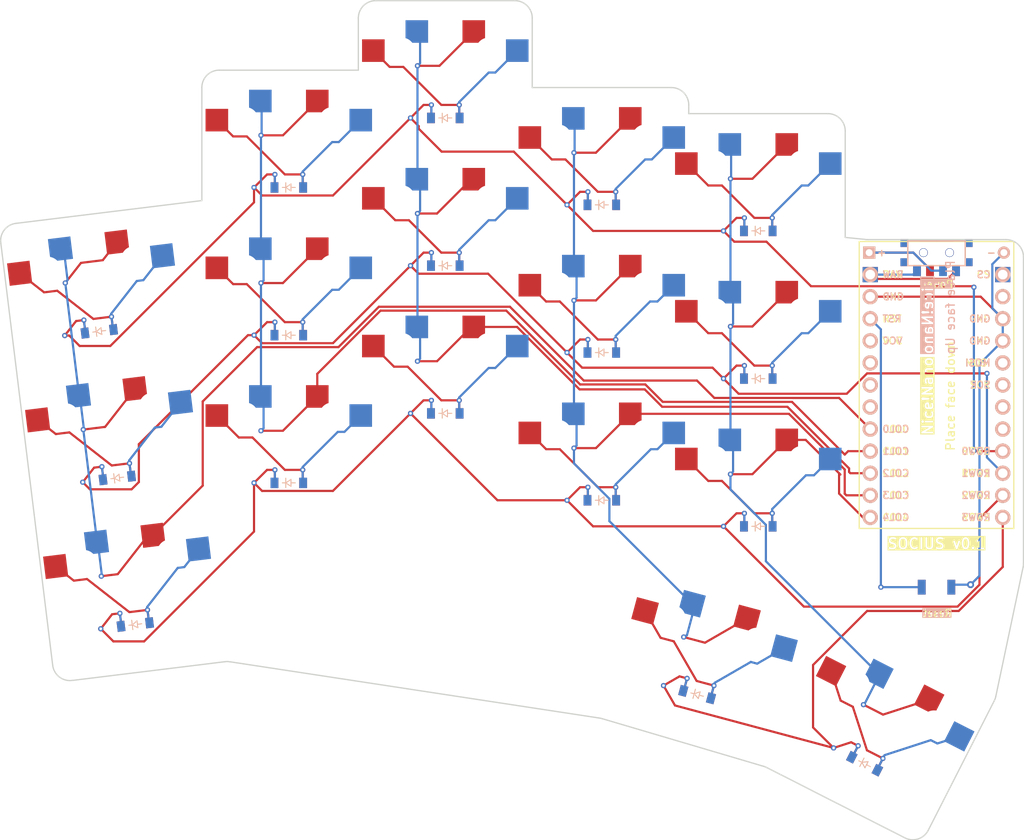
<source format=kicad_pcb>
(kicad_pcb (version 20221018) (generator pcbnew)
  (title_block (title "socius-choc-v1") (rev "v1.0.0") (company "Unknown"))
  (layers (0 "F.Cu" signal) (31 "B.Cu" signal) (34 "B.Paste" user) (35 "F.Paste" user) (36 "B.SilkS" user "B.Silkscreen") (37 "F.SilkS" user "F.Silkscreen") (38 "B.Mask" user) (39 "F.Mask" user) (44 "Edge.Cuts" user))
  (net 0 "")
  (net 1 "COL0")
  (net 2 "pinky_bottom")
  (net 3 "pinky_home")
  (net 4 "pinky_top")
  (net 5 "COL1")
  (net 6 "ring_bottom")
  (net 7 "ring_home")
  (net 8 "ring_top")
  (net 9 "COL2")
  (net 10 "middle_bottom")
  (net 11 "middle_home")
  (net 12 "middle_top")
  (net 13 "COL3")
  (net 14 "index_bottom")
  (net 15 "index_home")
  (net 16 "index_top")
  (net 17 "COL4")
  (net 18 "inner_bottom")
  (net 19 "inner_home")
  (net 20 "inner_top")
  (net 21 "inner_sole")
  (net 22 "outer_sole")
  (net 23 "ROW2")
  (net 24 "ROW1")
  (net 25 "ROW0")
  (net 26 "ROW3")
  (net 27 "RAW")
  (net 28 "GND")
  (net 29 "RST")
  (net 30 "VCC")
  (net 31 "P21")
  (net 32 "P20")
  (net 33 "P19")
  (net 34 "CS")
  (net 35 "P0")
  (net 36 "MOSI")
  (net 37 "SCK")
  (net 38 "P4")
  (net 39 "P5")
  (net 40 "POSITIVE")
  (footprint "E73:SPDT_C128955" (layer "F.Cu") (at 254.557814 126.759375)
    (fp_text reference "T1" hide)
    (fp_text value "" hide)
  )
  (footprint "ComboDiode" (layer "F.Cu") (at 160.328758 152.689305 7)
    (fp_text reference "D2" hide)
    (fp_text value "" hide)
  )
  (footprint "PG1350" (layer "F.Cu") (at 216.057806 151.259367)
    (fp_text reference "S10" hide)
    (fp_text value "" hide)
  )
  (footprint "VIA-0.6mm" (layer "F.Cu") (at 154.349614 130.250722 7)
    (fp_text reference "REF**" hide)
    (fp_text value "VIA-0.6mm" hide)
  )
  (footprint "VIA-0.6mm" (layer "F.Cu") (at 230.057816 158.259372)
    (fp_text reference "REF**" hide)
    (fp_text value "VIA-0.6mm" hide)
  )
  (footprint "VIA-0.6mm" (layer "F.Cu") (at 230.85781 152.259374)
    (fp_text reference "REF**" hide)
    (fp_text value "VIA-0.6mm" hide)
  )
  (footprint "VIA-0.6mm" (layer "F.Cu") (at 196.457809 143.75937)
    (fp_text reference "REF**" hide)
    (fp_text value "VIA-0.6mm" hide)
  )
  (footprint "VIA-0.6mm" (layer "F.Cu") (at 212.857818 149.259373)
    (fp_text reference "REF**" hide)
    (fp_text value "VIA-0.6mm" hide)
  )
  (footprint "VIA-0.6mm" (layer "F.Cu") (at 158.430352 170.050071 7)
    (fp_text reference "REF**" hide)
    (fp_text value "VIA-0.6mm" hide)
  )
  (footprint "PG1350" (layer "F.Cu") (at 234.057811 120.259369)
    (fp_text reference "S15" hide)
    (fp_text value "" hide)
  )
  (footprint "VIA-0.6mm" (layer "F.Cu") (at 225.484484 170.999295 -15)
    (fp_text reference "REF**" hide)
    (fp_text value "VIA-0.6mm" hide)
  )
  (footprint "ComboDiode" (layer "F.Cu") (at 216.057811 155.259369)
    (fp_text reference "D10" hide)
    (fp_text value "" hide)
  )
  (footprint "PG1350" (layer "F.Cu") (at 234.057812 137.259375)
    (fp_text reference "S14" hide)
    (fp_text value "" hide)
  )
  (footprint "ProMicro" (layer "F.Cu") (at 254.557806 143.259375 -90)
    (fp_text reference "MCU1" hide)
    (fp_text value "" hide)
  )
  (footprint "VIA-0.6mm" (layer "F.Cu") (at 212.057808 155.25937)
    (fp_text reference "REF**" hide)
    (fp_text value "VIA-0.6mm" hide)
  )
  (footprint "VIA-0.6mm" (layer "F.Cu") (at 176.857812 113.259371)
    (fp_text reference "REF**" hide)
    (fp_text value "VIA-0.6mm" hide)
  )
  (footprint "VIA-0.6mm" (layer "F.Cu") (at 199.657812 109.759371)
    (fp_text reference "REF**" hide)
    (fp_text value "VIA-0.6mm" hide)
  )
  (footprint "VIA-0.6mm" (layer "F.Cu") (at 158.557881 151.395479 7)
    (fp_text reference "REF**" hide)
    (fp_text value "VIA-0.6mm" hide)
  )
  (footprint "VIA-0.6mm" (layer "F.Cu") (at 235.65781 122.759366)
    (fp_text reference "REF**" hide)
    (fp_text value "VIA-0.6mm" hide)
  )
  (footprint "VIA-0.6mm" (layer "F.Cu") (at 194.857811 105.259372)
    (fp_text reference "REF**" hide)
    (fp_text value "VIA-0.6mm" hide)
  )
  (footprint "VIA-0.6mm" (layer "F.Cu") (at 225.865283 175.76008 -15)
    (fp_text reference "REF**" hide)
    (fp_text value "VIA-0.6mm" hide)
  )
  (footprint "VIA-0.6mm" (layer "F.Cu") (at 212.05781 121.259375)
    (fp_text reference "REF**" hide)
    (fp_text value "VIA-0.6mm" hide)
  )
  (footprint "VIA-0.6mm" (layer "F.Cu") (at 196.457817 126.75937)
    (fp_text reference "REF**" hide)
    (fp_text value "VIA-0.6mm" hide)
  )
  (footprint "VIA-0.6mm" (layer "F.Cu") (at 217.657811 153.759374)
    (fp_text reference "REF**" hide)
    (fp_text value "VIA-0.6mm" hide)
  )
  (footprint "ComboDiode" (layer "F.Cu") (at 180.057808 136.259378)
    (fp_text reference "D5" hide)
    (fp_text value "" hide)
  )
  (footprint "VIA-0.6mm" (layer "F.Cu") (at 194.857811 122.259371)
    (fp_text reference "REF**" hide)
    (fp_text value "VIA-0.6mm" hide)
  )
  (footprint "VIA-0.6mm" (layer "F.Cu") (at 223.158833 176.587792 -15)
    (fp_text reference "REF**" hide)
    (fp_text value "VIA-0.6mm" hide)
  )
  (footprint "VIA-0.6mm" (layer "F.Cu") (at 212.857812 132.259373)
    (fp_text reference "REF**" hide)
    (fp_text value "VIA-0.6mm" hide)
  )
  (footprint "VIA-0.6mm" (layer "F.Cu") (at 230.857815 135.25937)
    (fp_text reference "REF**" hide)
    (fp_text value "VIA-0.6mm" hide)
  )
  (footprint "VIA-0.6mm" (layer "F.Cu") (at 176.05781 119.259371)
    (fp_text reference "REF**" hide)
    (fp_text value "VIA-0.6mm" hide)
  )
  (footprint "VIA-0.6mm" (layer "F.Cu") (at 178.457813 151.75937)
    (fp_text reference "REF**" hide)
    (fp_text value "VIA-0.6mm" hide)
  )
  (footprint "ComboDiode" (layer "F.Cu") (at 234.057812 158.259371)
    (fp_text reference "D13" hide)
    (fp_text value "" hide)
  )
  (footprint "VIA-0.6mm" (layer "F.Cu") (at 163.805801 167.878779 7)
    (fp_text reference "REF**" hide)
    (fp_text value "VIA-0.6mm" hide)
  )
  (footprint "VIA-0.6mm" (layer "F.Cu") (at 258.857808 149.559376)
    (fp_text reference "REF**" hide)
    (fp_text value "VIA-0.6mm" hide)
  )
  (footprint "VIA-0.6mm" (layer "F.Cu") (at 178.457808 117.759369)
    (fp_text reference "REF**" hide)
    (fp_text value "VIA-0.6mm" hide)
  )
  (footprint "VIA-0.6mm" (layer "F.Cu") (at 232.457811 139.759373)
    (fp_text reference "REF**" hide)
    (fp_text value "VIA-0.6mm" hide)
  )
  (footprint "VIA-0.6mm" (layer "F.Cu") (at 212.857814 115.259378)
    (fp_text reference "REF**" hide)
    (fp_text value "VIA-0.6mm" hide)
  )
  (footprint "PG1350" (layer "F.Cu") (at 216.05781 117.259374)
    (fp_text reference "S12" hide)
    (fp_text value "" hide)
  )
  (footprint "VIA-0.6mm" (layer "F.Cu") (at 248.157809 165.25937)
    (fp_text reference "REF**" hide)
    (fp_text value "VIA-0.6mm" hide)
  )
  (footprint "PG1350" (layer "F.Cu") (at 180.057811 132.259379)
    (fp_text reference "S5" hide)
    (fp_text value "" hide)
  )
  (footprint "ComboDiode" (layer "F.Cu") (at 162.400534 169.562586 7)
    (fp_text reference "D1" hide)
    (fp_text value "" hide)
  )
  (footprint "PG1350" (layer "F.Cu") (at 157.769505 131.845839 7)
    (fp_text reference "S3" hide)
    (fp_text value "" hide)
  )
  (footprint "VIA-0.6mm" (layer "F.Cu") (at 176.057806 136.259377)
    (fp_text reference "REF**" hide)
    (fp_text value "VIA-0.6mm" hide)
  )
  (footprint "ComboDiode" (layer "F.Cu") (at 216.057809 138.259368)
    (fp_text reference "D11" hide)
    (fp_text value "" hide)
  )
  (footprint "ComboDiode" (layer "F.Cu") (at 227.022542 177.623076 -15)
    (fp_text reference "D16" hide)
    (fp_text value "" hide)
  )
  (footprint "VIA-0.6mm" (layer "F.Cu") (at 242.720531 183.764153 -27)
    (fp_text reference "REF**" hide)
    (fp_text value "VIA-0.6mm" hide)
  )
  (footprint "VIA-0.6mm" (layer "F.Cu") (at 178.457812 134.759366)
    (fp_text reference "REF**" hide)
    (fp_text value "VIA-0.6mm" hide)
  )
  (footprint "VIA-0.6mm" (layer "F.Cu") (at 199.657812 126.759371)
    (fp_text reference "REF**" hide)
    (fp_text value "VIA-0.6mm" hide)
  )
  (footprint "VIA-0.6mm" (layer "F.Cu") (at 156.358573 153.176779 7)
    (fp_text reference "REF**" hide)
    (fp_text value "VIA-0.6mm" hide)
  )
  (footprint "ComboDiode" (layer "F.Cu") (at 216.057812 121.259371)
    (fp_text reference "D12" hide)
    (fp_text value "" hide)
  )
  (footprint "Button_Switch_SMD:SW_SPST_B3U-1000P" (layer "F.Cu") (at 254.557812 165.259377 180)
    (fp_text reference "")
    (fp_text value "")
  )
  (footprint "VIA-0.6mm" (layer "F.Cu") (at 230.057811 141.259369)
    (fp_text reference "REF**" hide)
    (fp_text value "VIA-0.6mm" hide)
  )
  (footprint "ComboDiode" (layer "F.Cu") (at 198.057815 111.259372)
    (fp_text reference "D9" hide)
    (fp_text value "" hide)
  )
  (footprint "PG1350" (layer "F.Cu") (at 248.100524 182.016092 -27)
    (fp_text reference "S17" hide)
    (fp_text value "" hide)
  )
  (footprint "VIA-0.6mm" (layer "F.Cu") (at 196.457811 109.759373)
    (fp_text reference "REF**" hide)
    (fp_text value "VIA-0.6mm" hide)
  )
  (footprint "VIA-0.6mm" (layer "F.Cu") (at 156.421398 147.124004 7)
    (fp_text reference "REF**" hide)
    (fp_text value "VIA-0.6mm" hide)
  )
  (footprint "PG1350" (layer "F.Cu") (at 180.057806 149.25937)
    (fp_text reference "S4" hide)
    (fp_text value "" hide)
  )
  (footprint "VIA-0.6mm" (layer "F.Cu") (at 258.857811 130.739375)
    (fp_text reference "REF**" hide)
    (fp_text value "VIA-0.6mm" hide)
  )
  (footprint "PG1350" (layer "F.Cu") (at 198.057814 107.259374)
    (fp_text reference "S9" hide)
    (fp_text value "" hide)
  )
  (footprint "VIA-0.6mm" (layer "F.Cu") (at 214.457811 119.759368)
    (fp_text reference "REF**" hide)
    (fp_text value "VIA-0.6mm" hide)
  )
  (footprint "ComboDiode" (layer "F.Cu") (at 246.28456 185.580115 -27)
    (fp_text reference "D17" hide)
    (fp_text value "" hide)
  )
  (footprint "PG1350" (layer "F.Cu") (at 198.057812 124.259367)
    (fp_text reference "S8" hide)
    (fp_text value "" hide)
  )
  (footprint "VIA-0.6mm" (layer "F.Cu") (at 159.662254 134.132211 7)
    (fp_text reference "REF**" hide)
    (fp_text value "VIA-0.6mm" hide)
  )
  (footprint "VIA-0.6mm" (layer "F.Cu") (at 217.657816 119.759371)
    (fp_text reference "REF**" hide)
    (fp_text value "VIA-0.6mm" hide)
  )
  (footprint "VIA-0.6mm" (layer "F.Cu") (at 245.53994 183.51722 -27)
    (fp_text reference "REF**" hide)
    (fp_text value "VIA-0.6mm" hide)
  )
  (footprint "lib:niceview_headers" (layer "F.Cu") (at 254.557814 126.759375 -90)
    (fp_text reference "")
    (fp_text value "")
  )
  (footprint "VIA-0.6mm" (layer "F.Cu") (at 176.857815 147.259372)
    (fp_text reference "REF**" hide)
    (fp_text value "VIA-0.6mm" hide)
  )
  (footprint "PG1350" (layer "F.Cu") (at 234.05781 154.259369)
    (fp_text reference "S13" hide)
    (fp_text value "" hide)
  )
  (footprint "VIA-0.6mm" (layer "F.Cu") (at 230.057811 124.259369)
    (fp_text reference "REF**" hide)
    (fp_text value "VIA-0.6mm" hide)
  )
  (footprint "ComboDiode" (layer "F.Cu") (at 198.057809 128.259369)
    (fp_text reference "D8" hide)
    (fp_text value "" hide)
  )
  (footprint "VIA-0.6mm" (layer "F.Cu") (at 176.057811 153.259367)
    (fp_text reference "REF**" hide)
    (fp_text value "VIA-0.6mm" hide)
  )
  (footprint "ComboDiode" (layer "F.Cu") (at 180.057815 153.259371)
    (fp_text reference "D4" hide)
    (fp_text value "" hide)
  )
  (footprint "VIA-0.6mm" (layer "F.Cu") (at 176.857816 130.259373)
    (fp_text reference "REF**" hide)
    (fp_text value "VIA-0.6mm" hide)
  )
  (footprint "VIA-0.6mm" (layer "F.Cu") (at 260.357813 140.659376)
    (fp_text reference "REF**" hide)
    (fp_text value "VIA-0.6mm" hide)
  )
  (footprint "ComboDiode" (layer "F.Cu") (at 234.057811 141.259369)
    (fp_text reference "D14" hide)
    (fp_text value "" hide)
  )
  (footprint "VIA-0.6mm" (layer "F.Cu") (at 228.956246 176.588295 -15)
    (fp_text reference "REF**" hide)
    (fp_text value "VIA-0.6mm" hide)
  )
  (footprint "ComboDiode" (layer "F.Cu") (at 180.057817 119.259371)
    (fp_text reference "D6" hide)
    (fp_text value "" hide)
  )
  (footprint "PG1350" (layer "F.Cu") (at 228.057812 173.759372 -15)
    (fp_text reference "S16" hide)
    (fp_text value "" hide)
  )
  (footprint "PG1350" (layer "F.Cu") (at 159.841281 148.719125 7)
    (fp_text reference "S2" hide)
    (fp_text value "" hide)
  )
  (footprint "VIA-0.6mm" (layer "F.Cu") (at 194.057814 145.259369)
    (fp_text reference "REF**" hide)
    (fp_text value "VIA-0.6mm" hide)
  )
  (footprint "VIA-0.6mm" (layer "F.Cu") (at 154.286797 136.303495 7)
    (fp_text reference "REF**" hide)
    (fp_text value "VIA-0.6mm" hide)
  )
  (footprint "VIA-0.6mm" (layer "F.Cu") (at 232.457812 156.759367)
    (fp_text reference "REF**" hide)
    (fp_text value "VIA-0.6mm" hide)
  )
  (footprint "PG1350" (layer "F.Cu") (at 180.057813 115.259371)
    (fp_text reference "S6" hide)
    (fp_text value "" hide)
  )
  (footprint "ComboDiode" (layer "F.Cu") (at 198.057816 145.259369)
    (fp_text reference "D7" hide)
    (fp_text value "" hide)
  )
  (footprint "VIA-0.6mm" (layer "F.Cu") (at 160.629658 168.26876 7)
    (fp_text reference "REF**" hide)
    (fp_text value "VIA-0.6mm" hide)
  )
  (footprint "VIA-0.6mm" (layer "F.Cu") (at 199.657812 143.759371)
    (fp_text reference "REF**" hide)
    (fp_text value "VIA-0.6mm" hide)
  )
  (footprint "VIA-0.6mm" (layer "F.Cu") (at 181.657809 134.759372)
    (fp_text reference "REF**" hide)
    (fp_text value "VIA-0.6mm" hide)
  )
  (footprint "VIA-0.6mm" (layer "F.Cu") (at 194.057814 111.259368)
    (fp_text reference "REF**" hide)
    (fp_text value "VIA-0.6mm" hide)
  )
  (footprint "PG1350" (layer "F.Cu") (at 216.057807 134.259373)
    (fp_text reference "S11" hide)
    (fp_text value "" hide)
  )
  (footprint "VIA-0.6mm" (layer "F.Cu") (at 156.486103 134.522193 7)
    (fp_text reference "REF**" hide)
    (fp_text value "VIA-0.6mm" hide)
  )
  (footprint "VIA-0.6mm" (layer "F.Cu") (at 212.05781 138.259372)
    (fp_text reference "REF**" hide)
    (fp_text value "VIA-0.6mm" hide)
  )
  (footprint "VIA-0.6mm" (layer "F.Cu") (at 158.493173 163.997297 7)
    (fp_text reference "REF**" hide)
    (fp_text value "VIA-0.6mm" hide)
  )
  (footprint "VIA-0.6mm" (layer "F.Cu") (at 214.457815 153.75937)
    (fp_text reference "REF**" hide)
    (fp_text value "VIA-0.6mm" hide)
  )
  (footprint "VIA-0.6mm" (layer "F.Cu") (at 181.657813 151.759375)
    (fp_text reference "REF**" hide)
    (fp_text value "VIA-0.6mm" hide)
  )
  (footprint "VIA-0.6mm" (layer "F.Cu") (at 161.734026 151.005494 7)
    (fp_text reference "REF**" hide)
    (fp_text value "VIA-0.6mm" hide)
  )
  (footprint "ComboDiode" (layer "F.Cu") (at 234.057817 124.25937)
    (fp_text reference "D15" hide)
    (fp_text value "" hide)
  )
  (footprint "PG1350" (layer "F.Cu") (at 161.913063 165.59241 7)
    (fp_text reference "S1" hide)
    (fp_text value "" hide)
  )
  (footprint "VIA-0.6mm" (layer "F.Cu") (at 246.157282 178.781307 -27)
    (fp_text reference "REF**" hide)
    (fp_text value "VIA-0.6mm" hide)
  )
  (footprint "ComboDiode" (layer "F.Cu") (at 158.256983 135.816019 7)
    (fp_text reference "D3" hide)
    (fp_text value "" hide)
  )
  (footprint "VIA-0.6mm" (layer "F.Cu") (at 235.657815 139.759365)
    (fp_text reference "REF**" hide)
    (fp_text value "VIA-0.6mm" hide)
  )
  (footprint "VIA-0.6mm" (layer "F.Cu") (at 230.857809 118.259373)
    (fp_text reference "REF**" hide)
    (fp_text value "VIA-0.6mm" hide)
  )
  (footprint "VIA-0.6mm" (layer "F.Cu") (at 194.057814 128.25937)
    (fp_text reference "REF**" hide)
    (fp_text value "VIA-0.6mm" hide)
  )
  (footprint "VIA-0.6mm" (layer "F.Cu") (at 194.857807 139.259372)
    (fp_text reference "REF**" hide)
    (fp_text value "VIA-0.6mm" hide)
  )
  (footprint "VIA-0.6mm" (layer "F.Cu") (at 217.657812 136.759371)
    (fp_text reference "REF**" hide)
    (fp_text value "VIA-0.6mm" hide)
  )
  (footprint "VIA-0.6mm" (layer "F.Cu") (at 214.45781 136.759371)
    (fp_text reference "REF**" hide)
    (fp_text value "VIA-0.6mm" hide)
  )
  (footprint "VIA-0.6mm" (layer "F.Cu") (at 232.457809 122.759376)
    (fp_text reference "REF**" hide)
    (fp_text value "VIA-0.6mm" hide)
  )
  (footprint "VIA-0.6mm" (layer "F.Cu") (at 181.657811 117.759374)
    (fp_text reference "REF**" hide)
    (fp_text value "VIA-0.6mm" hide)
  )
  (footprint "VIA-0.6mm" (layer "F.Cu") (at 248.391157 184.96999 -27)
    (fp_text reference "REF**" hide)
    (fp_text value "VIA-0.6mm" hide)
  )
  (footprint "PG1350" (layer "F.Cu") (at 198.057809 141.259372)
    (fp_text reference "S7" hide)
    (fp_text value "" hide)
  )
  (footprint "VIA-0.6mm" (layer "F.Cu") (at 235.657808 156.759373)
    (fp_text reference "REF**" hide)
    (fp_text value "VIA-0.6mm" hide)
  )
  (gr_line (start 155.130454 175.99655) (end 172.723199 173.836427) (stroke (width 0.15)) (layer "Edge.Cuts"))
  (gr_arc (start 224.057809 107.759369) (mid 225.472028 108.345156) (end 226.057806 109.759376) (stroke (width 0.15)) (layer "Edge.Cuts"))
  (gr_arc (start 253.605662 193.238544) (mid 252.44168 194.232682) (end 250.915665 194.112571) (stroke (width 0.15)) (layer "Edge.Cuts"))
  (gr_arc (start 261.378168 177.832265) (mid 261.30703 178.085615) (end 261.203246 178.327432) (stroke (width 0.15)) (layer "Edge.Cuts"))
  (gr_line (start 236.659559 186.848727) (end 250.915665 194.112571) (stroke (width 0.15)) (layer "Edge.Cuts"))
  (gr_arc (start 246.658197 125.259374) (mid 246.557939 125.25686) (end 246.457933 125.249319) (stroke (width 0.15)) (layer "Edge.Cuts"))
  (gr_line (start 236.658998 186.848444) (end 235.042006 186.024537) (stroke (width 0.15)) (layer "Edge.Cuts"))
  (gr_line (start 236.659559 186.848727) (end 236.658998 186.848444) (stroke (width 0.15)) (layer "Edge.Cuts"))
  (gr_arc (start 234.70053 185.888466) (mid 234.8744 185.948642) (end 235.042006 186.024537) (stroke (width 0.15)) (layer "Edge.Cuts"))
  (gr_arc (start 215.805168 180.326963) (mid 215.938765 180.351995) (end 216.070354 180.386043) (stroke (width 0.15)) (layer "Edge.Cuts"))
  (gr_line (start 215.805168 180.326963) (end 173.268267 173.844354) (stroke (width 0.15)) (layer "Edge.Cuts"))
  (gr_line (start 242.057807 110.759368) (end 226.057812 110.759374) (stroke (width 0.15)) (layer "Edge.Cuts"))
  (gr_arc (start 146.93002 125.620427) (mid 147.339095 124.145369) (end 148.671375 123.391598) (stroke (width 0.15)) (layer "Edge.Cuts"))
  (gr_line (start 224.057808 107.75937) (end 208.057806 107.759371) (stroke (width 0.15)) (layer "Edge.Cuts"))
  (gr_line (start 264.557814 127.259368) (end 264.557815 162.550716) (stroke (width 0.15)) (layer "Edge.Cuts"))
  (gr_line (start 244.057814 125.007781) (end 244.057812 112.759368) (stroke (width 0.15)) (layer "Edge.Cuts"))
  (gr_line (start 253.605662 193.238544) (end 261.203246 178.327432) (stroke (width 0.15)) (layer "Edge.Cuts"))
  (gr_line (start 208.057806 107.759371) (end 208.057816 99.759372) (stroke (width 0.15)) (layer "Edge.Cuts"))
  (gr_arc (start 262.557811 125.259375) (mid 263.972019 125.845159) (end 264.557814 127.259368) (stroke (width 0.15)) (layer "Edge.Cuts"))
  (gr_arc (start 170.057815 107.759372) (mid 170.6436 106.345161) (end 172.057811 105.759369) (stroke (width 0.15)) (layer "Edge.Cuts"))
  (gr_line (start 244.057814 125.007781) (end 246.457933 125.249319) (stroke (width 0.15)) (layer "Edge.Cuts"))
  (gr_arc (start 155.130454 175.99655) (mid 153.655386 175.587485) (end 152.901624 174.2552) (stroke (width 0.15)) (layer "Edge.Cuts"))
  (gr_line (start 226.057812 110.759374) (end 226.057806 109.759376) (stroke (width 0.15)) (layer "Edge.Cuts"))
  (gr_arc (start 242.057808 110.759369) (mid 243.472022 111.345155) (end 244.057812 112.759368) (stroke (width 0.15)) (layer "Edge.Cuts"))
  (gr_line (start 206.057812 97.759374) (end 190.057812 97.759375) (stroke (width 0.15)) (layer "Edge.Cuts"))
  (gr_line (start 234.70053 185.888467) (end 216.070354 180.386043) (stroke (width 0.15)) (layer "Edge.Cuts"))
  (gr_line (start 148.671375 123.391598) (end 170.05781 120.76567) (stroke (width 0.15)) (layer "Edge.Cuts"))
  (gr_arc (start 236.659559 186.848728) (mid 236.659279 186.848585) (end 236.658998 186.848444) (stroke (width 0.15)) (layer "Edge.Cuts"))
  (gr_line (start 188.057813 99.759376) (end 188.057811 105.75937) (stroke (width 0.15)) (layer "Edge.Cuts"))
  (gr_arc (start 206.057813 97.759374) (mid 207.472024 98.34516) (end 208.057816 99.759372) (stroke (width 0.15)) (layer "Edge.Cuts"))
  (gr_line (start 264.514744 162.963535) (end 261.378168 177.832265) (stroke (width 0.15)) (layer "Edge.Cuts"))
  (gr_arc (start 188.057813 99.759376) (mid 188.643596 98.345158) (end 190.057812 97.759375) (stroke (width 0.15)) (layer "Edge.Cuts"))
  (gr_line (start 188.057811 105.75937) (end 172.057811 105.759369) (stroke (width 0.15)) (layer "Edge.Cuts"))
  (gr_arc (start 264.557815 162.550716) (mid 264.547019 162.758246) (end 264.514744 162.963535) (stroke (width 0.15)) (layer "Edge.Cuts"))
  (gr_arc (start 172.723199 173.836427) (mid 172.996005 173.82173) (end 173.268267 173.844354) (stroke (width 0.15)) (layer "Edge.Cuts"))
  (gr_line (start 152.901624 174.2552) (end 146.93002 125.620427) (stroke (width 0.15)) (layer "Edge.Cuts"))
  (gr_line (start 246.658197 125.259374) (end 262.557812 125.259373) (stroke (width 0.15)) (layer "Edge.Cuts"))
  (gr_line (start 170.057814 107.75937) (end 170.05781 120.76567) (stroke (width 0.15)) (layer "Edge.Cuts"))
  (segment (start 229 143.481802) (end 243.350233 143.481802) (width 0.25) (layer "F.Cu") (net 1))
  (segment (start 205.484372 132.984372) (end 213.981802 141.481802) (width 0.25) (layer "F.Cu") (net 1))
  (segment (start 170.157806 143.88437) (end 176.407798 137.634378) (width 0.25) (layer "F.Cu") (net 1))
  (segment (start 163.819821 159.3636) (end 160.380645 163.76554) (width 0.25) (layer "F.Cu") (net 1))
  (segment (start 176.407798 137.634378) (end 185.771407 137.634378) (width 0.25) (layer "F.Cu") (net 1))
  (segment (start 164.438525 159.287636) (end 163.819821 159.3636) (width 0.25) (layer "F.Cu") (net 1))
  (segment (start 162.366747 142.414347) (end 158.927572 146.816292) (width 0.25) (layer "F.Cu") (net 1))
  (segment (start 158.66245 127.63059) (end 156.156271 127.93831) (width 0.25) (layer "F.Cu") (net 1))
  (segment (start 185.771407 137.634378) (end 190.421413 132.984372) (width 0.25) (layer "F.Cu") (net 1))
  (segment (start 160.380645 163.76554) (end 158.493173 163.997297) (width 0.25) (layer "F.Cu") (net 1))
  (segment (start 164.438529 159.287638) (end 170.157806 153.568361) (width 0.25) (layer "F.Cu") (net 1))
  (segment (start 170.157806 153.568361) (end 170.157806 143.88437) (width 0.25) (layer "F.Cu") (net 1))
  (segment (start 243.350233 143.481802) (end 246.937806 147.069375) (width 0.25) (layer "F.Cu") (net 1))
  (segment (start 160.294962 125.541067) (end 158.66245 127.63059) (width 0.25) (layer "F.Cu") (net 1))
  (segment (start 227 141.481802) (end 229 143.481802) (width 0.25) (layer "F.Cu") (net 1))
  (segment (start 213.981802 141.481802) (end 227 141.481802) (width 0.25) (layer "F.Cu") (net 1))
  (segment (start 156.156271 127.93831) (end 154.349614 130.250722) (width 0.25) (layer "F.Cu") (net 1))
  (segment (start 190.421413 132.984372) (end 205.484372 132.984372) (width 0.25) (layer "F.Cu") (net 1))
  (segment (start 158.927572 146.816292) (end 156.421398 147.124004) (width 0.25) (layer "F.Cu") (net 1))
  (segment (start 156.486692 147.040433) (end 156.421398 147.124004) (width 0.25) (layer "B.Cu") (net 1))
  (segment (start 155.865571 143.212592) (end 156.032736 143.343189) (width 0.25) (layer "B.Cu") (net 1))
  (segment (start 154.610815 129.916397) (end 154.349614 130.250722) (width 0.25) (layer "B.Cu") (net 1))
  (segment (start 154.211692 126.665808) (end 154.610815 129.916397) (width 0.25) (layer "B.Cu") (net 1))
  (segment (start 153.793791 126.339307) (end 154.211692 126.665808) (width 0.25) (layer "B.Cu") (net 1))
  (segment (start 156.032736 143.343189) (end 156.486692 147.040433) (width 0.25) (layer "B.Cu") (net 1))
  (segment (start 155.930871 143.129014) (end 155.865571 143.212592) (width 0.25) (layer "B.Cu") (net 1))
  (segment (start 156.421398 147.124004) (end 158.002644 160.00229) (width 0.25) (layer "B.Cu") (net 1))
  (segment (start 157.937346 160.085876) (end 158.10451 160.216478) (width 0.25) (layer "B.Cu") (net 1))
  (segment (start 154.349614 130.250722) (end 155.930871 143.129014) (width 0.25) (layer "B.Cu") (net 1))
  (segment (start 158.558475 163.913709) (end 158.493173 163.997297) (width 0.25) (layer "B.Cu") (net 1))
  (segment (start 158.10451 160.216478) (end 158.558475 163.913709) (width 0.25) (layer "B.Cu") (net 1))
  (segment (start 158.002644 160.00229) (end 157.937346 160.085876) (width 0.25) (layer "B.Cu") (net 1))
  (segment (start 155.332258 164.511344) (end 156.8459 164.325491) (width 0.25) (layer "F.Cu") (net 2))
  (segment (start 156.8459 164.325491) (end 161.72146 168.134707) (width 0.25) (layer "F.Cu") (net 2))
  (segment (start 153.242727 162.878821) (end 155.332258 164.511344) (width 0.25) (layer "F.Cu") (net 2))
  (segment (start 163.982515 169.317972) (end 164.038239 169.361507) (width 0.25) (layer "F.Cu") (net 2))
  (segment (start 161.72146 168.134707) (end 163.805801 167.878779) (width 0.25) (layer "F.Cu") (net 2))
  (segment (start 163.805801 167.878779) (end 163.982515 169.317972) (width 0.25) (layer "F.Cu") (net 2))
  (segment (start 163.805801 167.878779) (end 163.982515 169.317972) (width 0.25) (layer "B.Cu") (net 2))
  (segment (start 167.283818 163.043873) (end 163.76514 167.54758) (width 0.25) (layer "B.Cu") (net 2))
  (segment (start 163.982515 169.317972) (end 164.038239 169.361507) (width 0.25) (layer "B.Cu") (net 2))
  (segment (start 168.036845 162.951417) (end 167.283818 163.043873) (width 0.25) (layer "B.Cu") (net 2))
  (segment (start 163.76514 167.54758) (end 163.805801 167.878779) (width 0.25) (layer "B.Cu") (net 2))
  (segment (start 169.669367 160.86188) (end 168.036845 162.951417) (width 0.25) (layer "B.Cu") (net 2))
  (segment (start 154.818778 147.446729) (end 159.694347 151.255934) (width 0.25) (layer "F.Cu") (net 3))
  (segment (start 161.91074 152.444684) (end 161.966461 152.488224) (width 0.25) (layer "F.Cu") (net 3))
  (segment (start 151.170952 146.005537) (end 153.260475 147.638059) (width 0.25) (layer "F.Cu") (net 3))
  (segment (start 153.260475 147.638059) (end 154.818778 147.446729) (width 0.25) (layer "F.Cu") (net 3))
  (segment (start 161.734026 151.005494) (end 161.91074 152.444684) (width 0.25) (layer "F.Cu") (net 3))
  (segment (start 159.694347 151.255934) (end 161.734026 151.005494) (width 0.25) (layer "F.Cu") (net 3))
  (segment (start 161.734026 151.005494) (end 161.91074 152.444684) (width 0.25) (layer "B.Cu") (net 3))
  (segment (start 167.597589 143.988599) (end 165.399914 146.801497) (width 0.25) (layer "B.Cu") (net 3))
  (segment (start 161.91074 152.444684) (end 161.966461 152.488224) (width 0.25) (layer "B.Cu") (net 3))
  (segment (start 165.399914 146.801497) (end 164.646886 146.89396) (width 0.25) (layer "B.Cu") (net 3))
  (segment (start 164.646886 146.89396) (end 161.69336 150.674291) (width 0.25) (layer "B.Cu") (net 3))
  (segment (start 161.69336 150.674291) (end 161.734026 151.005494) (width 0.25) (layer "B.Cu") (net 3))
  (segment (start 157.577903 134.388136) (end 159.662254 134.132211) (width 0.25) (layer "F.Cu") (net 4))
  (segment (start 153.425698 131.144073) (end 157.577903 134.388136) (width 0.25) (layer "F.Cu") (net 4))
  (segment (start 149.099173 129.132257) (end 151.912064 131.32993) (width 0.25) (layer "F.Cu") (net 4))
  (segment (start 151.912064 131.32993) (end 153.425698 131.144073) (width 0.25) (layer "F.Cu") (net 4))
  (segment (start 159.662254 134.132211) (end 159.838961 135.571399) (width 0.25) (layer "F.Cu") (net 4))
  (segment (start 159.838961 135.571399) (end 159.894682 135.61494) (width 0.25) (layer "F.Cu") (net 4))
  (segment (start 162.57511 130.02067) (end 159.621585 133.801011) (width 0.25) (layer "B.Cu") (net 4))
  (segment (start 163.328134 129.928217) (end 162.57511 130.02067) (width 0.25) (layer "B.Cu") (net 4))
  (segment (start 159.621585 133.801011) (end 159.662254 134.132211) (width 0.25) (layer "B.Cu") (net 4))
  (segment (start 159.662254 134.132211) (end 159.838961 135.571399) (width 0.25) (layer "B.Cu") (net 4))
  (segment (start 165.525811 127.115321) (end 163.328134 129.928217) (width 0.25) (layer "B.Cu") (net 4))
  (segment (start 159.838961 135.571399) (end 159.894682 135.61494) (width 0.25) (layer "B.Cu") (net 4))
  (segment (start 183.332811 109.309372) (end 179.382811 113.259369) (width 0.25) (layer "F.Cu") (net 5))
  (segment (start 183.332806 140.709375) (end 190.607809 133.434372) (width 0.25) (layer "F.Cu") (net 5))
  (segment (start 244.390625 149.609375) (end 246.937806 149.609375) (width 0.25) (layer "F.Cu") (net 5))
  (segment (start 205.070768 133.434372) (end 213.568198 141.931802) (width 0.25) (layer "F.Cu") (net 5))
  (segment (start 183.332806 143.30937) (end 183.332806 140.709375) (width 0.25) (layer "F.Cu") (net 5))
  (segment (start 179.382811 113.259369) (end 176.857812 113.259371) (width 0.25) (layer "F.Cu") (net 5))
  (segment (start 221.068198 141.931802) (end 223.068198 143.931802) (width 0.25) (layer "F.Cu") (net 5))
  (segment (start 183.332808 126.309376) (end 179.382811 130.259373) (width 0.25) (layer "F.Cu") (net 5))
  (segment (start 213.568198 141.931802) (end 221.068198 141.931802) (width 0.25) (layer "F.Cu") (net 5))
  (segment (start 223.068198 143.931802) (end 237.931802 143.931802) (width 0.25) (layer "F.Cu") (net 5))
  (segment (start 244 150) (end 244.390625 149.609375) (width 0.25) (layer "F.Cu") (net 5))
  (segment (start 179.382811 130.259373) (end 176.857816 130.259373) (width 0.25) (layer "F.Cu") (net 5))
  (segment (start 190.607809 133.434372) (end 205.070768 133.434372) (width 0.25) (layer "F.Cu") (net 5))
  (segment (start 237.931802 143.931802) (end 244 150) (width 0.25) (layer "F.Cu") (net 5))
  (segment (start 179.382803 147.25937) (end 176.857815 147.259372) (width 0.25) (layer "F.Cu") (net 5))
  (segment (start 183.332812 143.309369) (end 179.382803 147.25937) (width 0.25) (layer "F.Cu") (net 5))
  (segment (start 177.157808 129.959371) (end 176.857816 130.259373) (width 0.25) (layer "B.Cu") (net 5))
  (segment (start 176.782807 109.309374) (end 176.93281 109.459369) (width 0.25) (layer "B.Cu") (net 5))
  (segment (start 177.157812 143.684369) (end 177.157815 146.959371) (width 0.25) (layer "B.Cu") (net 5))
  (segment (start 176.857816 130.259373) (end 176.857811 143.234368) (width 0.25) (layer "B.Cu") (net 5))
  (segment (start 176.932806 113.184372) (end 176.857812 113.259371) (width 0.25) (layer "B.Cu") (net 5))
  (segment (start 176.782814 143.309371) (end 177.157812 143.684369) (width 0.25) (layer "B.Cu") (net 5))
  (segment (start 176.857811 143.234368) (end 176.782814 143.309371) (width 0.25) (layer "B.Cu") (net 5))
  (segment (start 177.157815 146.959371) (end 176.857815 147.259372) (width 0.25) (layer "B.Cu") (net 5))
  (segment (start 176.782811 126.309371) (end 177.157814 126.684377) (width 0.25) (layer "B.Cu") (net 5))
  (segment (start 176.93281 109.459369) (end 176.932806 113.184372) (width 0.25) (layer "B.Cu") (net 5))
  (segment (start 176.857813 126.234372) (end 176.782811 126.309371) (width 0.25) (layer "B.Cu") (net 5))
  (segment (start 176.857812 113.259371) (end 176.857813 126.234372) (width 0.25) (layer "B.Cu") (net 5))
  (segment (start 177.157814 126.684377) (end 177.157808 129.959371) (width 0.25) (layer "B.Cu") (net 5))
  (segment (start 181.657815 153.209375) (end 181.707816 153.259372) (width 0.25) (layer "F.Cu") (net 6))
  (segment (start 171.782808 145.509371) (end 174.306913 148.033469) (width 0.25) (layer "F.Cu") (net 6))
  (segment (start 179.602813 151.759373) (end 181.657813 151.759375) (width 0.25) (layer "F.Cu") (net 6))
  (segment (start 174.306913 148.033469) (end 175.876915 148.033466) (width 0.25) (layer "F.Cu") (net 6))
  (segment (start 181.657813 151.759375) (end 181.657815 153.209375) (width 0.25) (layer "F.Cu") (net 6))
  (segment (start 175.876915 148.033466) (end 179.602813 151.759373) (width 0.25) (layer "F.Cu") (net 6))
  (segment (start 181.657813 151.759375) (end 181.657815 153.209375) (width 0.25) (layer "B.Cu") (net 6))
  (segment (start 181.657815 153.209375) (end 181.707816 153.259372) (width 0.25) (layer "B.Cu") (net 6))
  (segment (start 181.657811 151.425684) (end 181.657813 151.759375) (width 0.25) (layer "B.Cu") (net 6))
  (segment (start 186.457815 147.384375) (end 185.699123 147.384369) (width 0.25) (layer "B.Cu") (net 6))
  (segment (start 185.699123 147.384369) (end 181.657811 151.425684) (width 0.25) (layer "B.Cu") (net 6))
  (segment (start 188.332809 145.509374) (end 186.457815 147.384375) (width 0.25) (layer "B.Cu") (net 6))
  (segment (start 171.782808 128.509372) (end 173.65781 130.384376) (width 0.25) (layer "F.Cu") (net 7))
  (segment (start 181.657811 136.209375) (end 181.707815 136.259374) (width 0.25) (layer "F.Cu") (net 7))
  (segment (start 181.657809 134.759372) (end 181.657811 136.209375) (width 0.25) (layer "F.Cu") (net 7))
  (segment (start 173.65781 130.384376) (end 175.227816 130.384372) (width 0.25) (layer "F.Cu") (net 7))
  (segment (start 175.227816 130.384372) (end 179.602815 134.759373) (width 0.25) (layer "F.Cu") (net 7))
  (segment (start 179.602815 134.759373) (end 181.657809 134.759372) (width 0.25) (layer "F.Cu") (net 7))
  (segment (start 188.332815 128.509374) (end 185.808715 131.033473) (width 0.25) (layer "B.Cu") (net 7))
  (segment (start 181.657805 134.425692) (end 181.657809 134.759372) (width 0.25) (layer "B.Cu") (net 7))
  (segment (start 185.05003 131.03347) (end 181.657805 134.425692) (width 0.25) (layer "B.Cu") (net 7))
  (segment (start 185.808715 131.033473) (end 185.05003 131.03347) (width 0.25) (layer "B.Cu") (net 7))
  (segment (start 181.657809 134.759372) (end 181.657811 136.209375) (width 0.25) (layer "B.Cu") (net 7))
  (segment (start 181.657811 136.209375) (end 181.707815 136.259374) (width 0.25) (layer "B.Cu") (net 7))
  (segment (start 175.227812 113.384375) (end 179.602816 117.759371) (width 0.25) (layer "F.Cu") (net 8))
  (segment (start 173.657814 113.384377) (end 175.227812 113.384375) (width 0.25) (layer "F.Cu") (net 8))
  (segment (start 181.657811 117.759374) (end 181.657811 119.209365) (width 0.25) (layer "F.Cu") (net 8))
  (segment (start 181.657811 119.209365) (end 181.707817 119.259371) (width 0.25) (layer "F.Cu") (net 8))
  (segment (start 171.782813 111.509371) (end 173.657814 113.384377) (width 0.25) (layer "F.Cu") (net 8))
  (segment (start 179.602816 117.759371) (end 181.657811 117.759374) (width 0.25) (layer "F.Cu") (net 8))
  (segment (start 181.657806 117.425692) (end 181.657811 117.759374) (width 0.25) (layer "B.Cu") (net 8))
  (segment (start 185.05003 114.03347) (end 181.657806 117.425692) (width 0.25) (layer "B.Cu") (net 8))
  (segment (start 185.808711 114.033476) (end 185.05003 114.03347) (width 0.25) (layer "B.Cu") (net 8))
  (segment (start 181.657811 117.759374) (end 181.65781 119.209372) (width 0.25) (layer "B.Cu") (net 8))
  (segment (start 188.332812 111.509373) (end 185.808711 114.033476) (width 0.25) (layer "B.Cu") (net 8))
  (segment (start 181.65781 119.209372) (end 181.707808 119.259371) (width 0.25) (layer "B.Cu") (net 8))
  (segment (start 244.649375 152.149375) (end 246.937806 152.149375) (width 0.25) (layer "F.Cu") (net 9))
  (segment (start 201.05281 118.309373) (end 197.102812 122.25937) (width 0.25) (layer "F.Cu") (net 9))
  (segment (start 206.309372 135.309372) (end 213.5 142.5) (width 0.25) (layer "F.Cu") (net 9))
  (segment (start 201.332809 135.309372) (end 206.309372 135.309372) (width 0.25) (layer "F.Cu") (net 9))
  (segment (start 197.102812 122.25937) (end 194.857811 122.259371) (width 0.25) (layer "F.Cu") (net 9))
  (segment (start 197.382812 105.259369) (end 194.857811 105.259372) (width 0.25) (layer "F.Cu") (net 9))
  (segment (start 201.332809 135.30937) (end 201.052814 135.309368) (width 0.25) (layer "F.Cu") (net 9))
  (segment (start 244.5 152) (end 244.649375 152.149375) (width 0.25) (layer "F.Cu") (net 9))
  (segment (start 237.409837 144.5) (end 244.5 151.590163) (width 0.25) (layer "F.Cu") (net 9))
  (segment (start 213.5 142.5) (end 221 142.5) (width 0.25) (layer "F.Cu") (net 9))
  (segment (start 244.5 151.590163) (end 244.5 152) (width 0.25) (layer "F.Cu") (net 9))
  (segment (start 201.332807 101.309366) (end 197.382812 105.259369) (width 0.25) (layer "F.Cu") (net 9))
  (segment (start 201.052814 135.309368) (end 197.102814 139.259373) (width 0.25) (layer "F.Cu") (net 9))
  (segment (start 223 144.5) (end 237.409837 144.5) (width 0.25) (layer "F.Cu") (net 9))
  (segment (start 197.102814 139.259373) (end 194.857807 139.259372) (width 0.25) (layer "F.Cu") (net 9))
  (segment (start 221 142.5) (end 223 144.5) (width 0.25) (layer "F.Cu") (net 9))
  (segment (start 201.332814 118.309371) (end 201.05281 118.309373) (width 0.25) (layer "F.Cu") (net 9))
  (segment (start 195.157813 104.959374) (end 194.857811 105.259372) (width 0.25) (layer "B.Cu") (net 9))
  (segment (start 195.157814 138.959375) (end 194.857807 139.259372) (width 0.25) (layer "B.Cu") (net 9))
  (segment (start 195.157813 101.684372) (end 195.157813 104.959374) (width 0.25) (layer "B.Cu") (net 9))
  (segment (start 194.857809 118.234372) (end 194.782808 118.309371) (width 0.25) (layer "B.Cu") (net 9))
  (segment (start 195.157812 118.684374) (end 195.157816 121.959373) (width 0.25) (layer "B.Cu") (net 9))
  (segment (start 194.782808 118.309371) (end 195.157812 118.684374) (width 0.25) (layer "B.Cu") (net 9))
  (segment (start 195.157816 121.959373) (end 194.857811 122.259371) (width 0.25) (layer "B.Cu") (net 9))
  (segment (start 194.857811 122.259371) (end 194.857811 135.234366) (width 0.25) (layer "B.Cu") (net 9))
  (segment (start 194.782815 135.309374) (end 195.157815 135.684373) (width 0.25) (layer "B.Cu") (net 9))
  (segment (start 194.782807 101.309371) (end 195.157813 101.684372) (width 0.25) (layer "B.Cu") (net 9))
  (segment (start 195.157815 135.684373) (end 195.157814 138.959375) (width 0.25) (layer "B.Cu") (net 9))
  (segment (start 194.857811 105.259372) (end 194.857809 118.234372) (width 0.25) (layer "B.Cu") (net 9))
  (segment (start 194.857811 135.234366) (end 194.782815 135.309374) (width 0.25) (layer "B.Cu") (net 9))
  (segment (start 199.657812 143.759371) (end 199.657812 145.209371) (width 0.25) (layer "F.Cu") (net 10))
  (segment (start 192.157813 139.884372) (end 193.727813 139.884373) (width 0.25) (layer "F.Cu") (net 10))
  (segment (start 193.727813 139.884373) (end 197.602811 143.75937) (width 0.25) (layer "F.Cu") (net 10))
  (segment (start 189.782815 137.509369) (end 192.157813 139.884372) (width 0.25) (layer "F.Cu") (net 10))
  (segment (start 197.602811 143.75937) (end 199.657812 143.759371) (width 0.25) (layer "F.Cu") (net 10))
  (segment (start 199.657812 145.209371) (end 199.707816 145.259367) (width 0.25) (layer "F.Cu") (net 10))
  (segment (start 203.80871 140.033476) (end 203.050028 140.033469) (width 0.25) (layer "B.Cu") (net 10))
  (segment (start 199.657812 143.759371) (end 199.657812 145.209371) (width 0.25) (layer "B.Cu") (net 10))
  (segment (start 199.657812 145.209371) (end 199.707816 145.259367) (width 0.25) (layer "B.Cu") (net 10))
  (segment (start 203.050028 140.033469) (end 199.657811 143.425684) (width 0.25) (layer "B.Cu") (net 10))
  (segment (start 199.657811 143.425684) (end 199.657812 143.759371) (width 0.25) (layer "B.Cu") (net 10))
  (segment (start 206.332809 137.509373) (end 203.80871 140.033476) (width 0.25) (layer "B.Cu") (net 10))
  (segment (start 189.782806 120.509371) (end 192.306913 123.033477) (width 0.25) (layer "F.Cu") (net 11))
  (segment (start 193.876912 123.033472) (end 197.602818 126.759374) (width 0.25) (layer "F.Cu") (net 11))
  (segment (start 192.306913 123.033477) (end 193.876912 123.033472) (width 0.25) (layer "F.Cu") (net 11))
  (segment (start 199.657809 128.209368) (end 199.707814 128.259369) (width 0.25) (layer "F.Cu") (net 11))
  (segment (start 197.602818 126.759374) (end 199.657812 126.759371) (width 0.25) (layer "F.Cu") (net 11))
  (segment (start 199.657812 126.759371) (end 199.657809 128.209368) (width 0.25) (layer "F.Cu") (net 11))
  (segment (start 206.332811 120.509371) (end 203.808712 123.033476) (width 0.25) (layer "B.Cu") (net 11))
  (segment (start 199.657812 126.425685) (end 199.657812 126.759371) (width 0.25) (layer "B.Cu") (net 11))
  (segment (start 199.657809 128.209368) (end 199.707814 128.259369) (width 0.25) (layer "B.Cu") (net 11))
  (segment (start 199.657812 126.759371) (end 199.657809 128.209368) (width 0.25) (layer "B.Cu") (net 11))
  (segment (start 203.050029 123.033474) (end 199.657812 126.425685) (width 0.25) (layer "B.Cu") (net 11))
  (segment (start 203.808712 123.033476) (end 203.050029 123.033474) (width 0.25) (layer "B.Cu") (net 11))
  (segment (start 193.227815 105.384371) (end 197.602811 109.759369) (width 0.25) (layer "F.Cu") (net 12))
  (segment (start 191.657811 105.38437) (end 193.227815 105.384371) (width 0.25) (layer "F.Cu") (net 12))
  (segment (start 197.602811 109.759369) (end 199.657812 109.759371) (width 0.25) (layer "F.Cu") (net 12))
  (segment (start 199.657812 109.759371) (end 199.657812 111.20937) (width 0.25) (layer "F.Cu") (net 12))
  (segment (start 199.657812 111.20937) (end 199.70781 111.259372) (width 0.25) (layer "F.Cu") (net 12))
  (segment (start 189.782809 103.509375) (end 191.657811 105.38437) (width 0.25) (layer "F.Cu") (net 12))
  (segment (start 199.657812 111.20937) (end 199.70781 111.259372) (width 0.25) (layer "B.Cu") (net 12))
  (segment (start 199.657815 109.425686) (end 199.657812 109.759371) (width 0.25) (layer "B.Cu") (net 12))
  (segment (start 199.657812 109.759371) (end 199.657812 111.20937) (width 0.25) (layer "B.Cu") (net 12))
  (segment (start 203.050024 106.033472) (end 199.657815 109.425686) (width 0.25) (layer "B.Cu") (net 12))
  (segment (start 206.332809 103.509372) (end 203.80871 106.033475) (width 0.25) (layer "B.Cu") (net 12))
  (segment (start 203.80871 106.033475) (end 203.050024 106.033472) (width 0.25) (layer "B.Cu") (net 12))
  (segment (start 219.332813 128.309374) (end 215.382809 132.259374) (width 0.25) (layer "F.Cu") (net 13))
  (segment (start 215.38281 149.259372) (end 212.857818 149.259373) (width 0.25) (layer "F.Cu") (net 13))
  (segment (start 237.582808 145.309367) (end 244 151.726559) (width 0.25) (layer "F.Cu") (net 13))
  (segment (start 219.332814 111.309378) (end 215.382807 115.259371) (width 0.25) (layer "F.Cu") (net 13))
  (segment (start 215.382809 132.259374) (end 212.857812 132.259373) (width 0.25) (layer "F.Cu") (net 13))
  (segment (start 219.332806 145.309367) (end 237.582808 145.309367) (width 0.25) (layer "F.Cu") (net 13))
  (segment (start 215.382807 115.259371) (end 212.857814 115.259378) (width 0.25) (layer "F.Cu") (net 13))
  (segment (start 244 154.5) (end 244.189375 154.689375) (width 0.25) (layer "F.Cu") (net 13))
  (segment (start 244.189375 154.689375) (end 246.937806 154.689375) (width 0.25) (layer "F.Cu") (net 13))
  (segment (start 244 151.726559) (end 244 154.5) (width 0.25) (layer "F.Cu") (net 13))
  (segment (start 219.332812 145.309377) (end 215.38281 149.259372) (width 0.25) (layer "F.Cu") (net 13))
  (segment (start 227.923455 171.652817) (end 225.484484 170.999295) (width 0.25) (layer "F.Cu") (net 13))
  (segment (start 232.761185 168.859748) (end 227.923455 171.652817) (width 0.25) (layer "F.Cu") (net 13))
  (segment (start 213.157816 148.959374) (end 212.857818 149.259373) (width 0.25) (layer "B.Cu") (net 13))
  (segment (start 212.782812 128.309373) (end 213.157812 128.684372) (width 0.25) (layer "B.Cu") (net 13))
  (segment (start 212.857818 149.259373) (end 212.857813 151.01438) (width 0.25) (layer "B.Cu") (net 13))
  (segment (start 212.857814 115.259378) (end 212.857809 128.234374) (width 0.25) (layer "B.Cu") (net 13))
  (segment (start 216.93281 155.089375) (end 216.932812 157.662913) (width 0.25) (layer "B.Cu") (net 13))
  (segment (start 213.157815 131.959373) (end 212.857812 132.259373) (width 0.25) (layer "B.Cu") (net 13))
  (segment (start 212.857812 132.259373) (end 212.857813 145.23437) (width 0.25) (layer "B.Cu") (net 13))
  (segment (start 226.69954 167.623758) (end 225.85191 170.787162) (width 0.25) (layer "B.Cu") (net 13))
  (segment (start 212.782813 111.309367) (end 212.932809 111.459372) (width 0.25) (layer "B.Cu") (net 13))
  (segment (start 212.857809 128.234374) (end 212.782812 128.309373) (width 0.25) (layer "B.Cu") (net 13))
  (segment (start 225.85191 170.787162) (end 225.484484 170.999295) (width 0.25) (layer "B.Cu") (net 13))
  (segment (start 212.932809 111.459372) (end 212.93281 115.184372) (width 0.25) (layer "B.Cu") (net 13))
  (segment (start 212.782812 145.309375) (end 213.157811 145.684373) (width 0.25) (layer "B.Cu") (net 13))
  (segment (start 216.932812 157.662913) (end 226.434376 167.164478) (width 0.25) (layer "B.Cu") (net 13))
  (segment (start 213.157811 145.684373) (end 213.157816 148.959374) (width 0.25) (layer "B.Cu") (net 13))
  (segment (start 213.157812 128.684372) (end 213.157815 131.959373) (width 0.25) (layer "B.Cu") (net 13))
  (segment (start 212.93281 115.184372) (end 212.857814 115.259378) (width 0.25) (layer "B.Cu") (net 13))
  (segment (start 212.857813 151.01438) (end 216.93281 155.089375) (width 0.25) (layer "B.Cu") (net 13))
  (segment (start 212.857813 145.23437) (end 212.782812 145.309375) (width 0.25) (layer "B.Cu") (net 13))
  (segment (start 226.434381 167.164477) (end 226.69954 167.623758) (width 0.25) (layer "B.Cu") (net 13))
  (segment (start 209.657813 149.384374) (end 211.227812 149.38437) (width 0.25) (layer "F.Cu") (net 14))
  (segment (start 211.227812 149.38437) (end 215.602808 153.759376) (width 0.25) (layer "F.Cu") (net 14))
  (segment (start 207.782814 147.509372) (end 209.657813 149.384374) (width 0.25) (layer "F.Cu") (net 14))
  (segment (start 215.602808 153.759376) (end 217.657811 153.759374) (width 0.25) (layer "F.Cu") (net 14))
  (segment (start 217.657811 153.759374) (end 217.657807 155.209368) (width 0.25) (layer "F.Cu") (net 14))
  (segment (start 217.657807 155.209368) (end 217.707806 155.259373) (width 0.25) (layer "F.Cu") (net 14))
  (segment (start 217.657814 153.425687) (end 217.657811 153.759374) (width 0.25) (layer "B.Cu") (net 14))
  (segment (start 217.657807 155.209368) (end 217.707806 155.259373) (width 0.25) (layer "B.Cu") (net 14))
  (segment (start 222.45781 149.384368) (end 221.699122 149.384368) (width 0.25) (layer "B.Cu") (net 14))
  (segment (start 224.332813 147.509367) (end 222.45781 149.384368) (width 0.25) (layer "B.Cu") (net 14))
  (segment (start 217.657811 153.759374) (end 217.657807 155.209368) (width 0.25) (layer "B.Cu") (net 14))
  (segment (start 221.699122 149.384368) (end 217.657814 153.425687) (width 0.25) (layer "B.Cu") (net 14))
  (segment (start 215.602811 136.759375) (end 217.657812 136.759371) (width 0.25) (layer "F.Cu") (net 15))
  (segment (start 217.657812 138.209371) (end 217.707811 138.25937) (width 0.25) (layer "F.Cu") (net 15))
  (segment (start 211.22781 132.38437) (end 215.602811 136.759375) (width 0.25) (layer "F.Cu") (net 15))
  (segment (start 207.782809 130.509372) (end 209.657815 132.384368) (width 0.25) (layer "F.Cu") (net 15))
  (segment (start 217.657812 136.759371) (end 217.657812 138.209371) (width 0.25) (layer "F.Cu") (net 15))
  (segment (start 209.657815 132.384368) (end 211.22781 132.38437) (width 0.25) (layer "F.Cu") (net 15))
  (segment (start 217.657812 138.209371) (end 217.707811 138.25937) (width 0.25) (layer "B.Cu") (net 15))
  (segment (start 217.65781 136.335107) (end 217.657812 136.759371) (width 0.25) (layer "B.Cu") (net 15))
  (segment (start 221.608543 132.384365) (end 217.65781 136.335107) (width 0.25) (layer "B.Cu") (net 15))
  (segment (start 224.332809 130.509375) (end 222.457815 132.384373) (width 0.25) (layer "B.Cu") (net 15))
  (segment (start 217.657812 136.759371) (end 217.657812 138.209371) (width 0.25) (layer "B.Cu") (net 15))
  (segment (start 222.457815 132.384373) (end 221.608543 132.384365) (width 0.25) (layer "B.Cu") (net 15))
  (segment (start 207.782808 113.509372) (end 210.306908 116.033472) (width 0.25) (layer "F.Cu") (net 16))
  (segment (start 211.876911 116.033471) (end 215.602808 119.759374) (width 0.25) (layer "F.Cu") (net 16))
  (segment (start 217.657816 121.209376) (end 217.707812 121.259369) (width 0.25) (layer "F.Cu") (net 16))
  (segment (start 210.306908 116.033472) (end 211.876911 116.033471) (width 0.25) (layer "F.Cu") (net 16))
  (segment (start 215.602808 119.759374) (end 217.657816 119.759371) (width 0.25) (layer "F.Cu") (net 16))
  (segment (start 217.657816 119.759371) (end 217.657816 121.209376) (width 0.25) (layer "F.Cu") (net 16))
  (segment (start 221.050027 116.03347) (end 217.657812 119.425687) (width 0.25) (layer "B.Cu") (net 16))
  (segment (start 224.332812 113.509374) (end 221.808709 116.033472) (width 0.25) (layer "B.Cu") (net 16))
  (segment (start 217.657816 121.209376) (end 217.707812 121.259369) (width 0.25) (layer "B.Cu") (net 16))
  (segment (start 217.657816 119.759371) (end 217.657816 121.209376) (width 0.25) (layer "B.Cu") (net 16))
  (segment (start 217.657812 119.425687) (end 217.657816 119.759371) (width 0.25) (layer "B.Cu") (net 16))
  (segment (start 221.808709 116.033472) (end 221.050027 116.03347) (width 0.25) (layer "B.Cu") (net 16))
  (segment (start 253.719808 178.201424) (end 248.407079 179.927637) (width 0.25) (layer "F.Cu") (net 17))
  (segment (start 233.382814 118.259368) (end 230.857809 118.259373) (width 0.25) (layer "F.Cu") (net 17))
  (segment (start 246.092979 157.229375) (end 246.937806 157.229375) (width 0.25) (layer "F.Cu") (net 17))
  (segment (start 233.382809 135.259372) (end 230.857815 135.25937) (width 0.25) (layer "F.Cu") (net 17))
  (segment (start 243.350045 152.149955) (end 243.5 152.299909) (width 0.25) (layer "F.Cu") (net 17))
  (segment (start 237.33281 114.309371) (end 233.382814 118.259368) (width 0.25) (layer "F.Cu") (net 17))
  (segment (start 237.332813 131.30937) (end 233.382809 135.259372) (width 0.25) (layer "F.Cu") (net 17))
  (segment (start 243.350045 154.486441) (end 246.092979 157.229375) (width 0.25) (layer "F.Cu") (net 17))
  (segment (start 239.50946 148.309369) (end 243.350045 152.149955) (width 0.25) (layer "F.Cu") (net 17))
  (segment (start 237.332807 148.30938) (end 233.382811 152.259374) (width 0.25) (layer "F.Cu") (net 17))
  (segment (start 248.407079 179.927637) (end 246.157282 178.781307) (width 0.25) (layer "F.Cu") (net 17))
  (segment (start 243.350045 152.149955) (end 243.350045 154.486441) (width 0.25) (layer "F.Cu") (net 17))
  (segment (start 237.33281 148.309369) (end 239.50946 148.309369) (width 0.25) (layer "F.Cu") (net 17))
  (segment (start 233.382811 152.259374) (end 230.85781 152.259374) (width 0.25) (layer "F.Cu") (net 17))
  (segment (start 231.157812 151.959375) (end 230.85781 152.259374) (width 0.25) (layer "B.Cu") (net 17))
  (segment (start 231.157805 131.684376) (end 231.157809 134.959365) (width 0.25) (layer "B.Cu") (net 17))
  (segment (start 230.932813 114.459368) (end 230.932808 118.184373) (width 0.25) (layer "B.Cu") (net 17))
  (segment (start 246.258151 178.748533) (end 246.157282 178.781307) (width 0.25) (layer "B.Cu") (net 17))
  (segment (start 230.857806 154.014371) (end 234.93281 158.089375) (width 0.25) (layer "B.Cu") (net 17))
  (segment (start 234.932814 162.276879) (end 247.883715 175.227788) (width 0.25) (layer "B.Cu") (net 17))
  (segment (start 231.157811 148.684371) (end 231.157812 151.959375) (width 0.25) (layer "B.Cu") (net 17))
  (segment (start 230.782808 131.309373) (end 231.157805 131.684376) (width 0.25) (layer "B.Cu") (net 17))
  (segment (start 230.857812 148.234372) (end 230.782817 148.309376) (width 0.25) (layer "B.Cu") (net 17))
  (segment (start 234.93281 158.089375) (end 234.932814 162.276879) (width 0.25) (layer "B.Cu") (net 17))
  (segment (start 230.782817 148.309376) (end 231.157811 148.684371) (width 0.25) (layer "B.Cu") (net 17))
  (segment (start 230.782813 114.309368) (end 230.932813 114.459368) (width 0.25) (layer "B.Cu") (net 17))
  (segment (start 247.883716 175.22779) (end 247.949271 175.429537) (width 0.25) (layer "B.Cu") (net 17))
  (segment (start 230.857809 118.259373) (end 230.857806 131.234369) (width 0.25) (layer "B.Cu") (net 17))
  (segment (start 230.932808 118.184373) (end 230.857809 118.259373) (width 0.25) (layer "B.Cu") (net 17))
  (segment (start 230.857815 135.25937) (end 230.857812 148.234372) (width 0.25) (layer "B.Cu") (net 17))
  (segment (start 230.857806 131.234369) (end 230.782808 131.309373) (width 0.25) (layer "B.Cu") (net 17))
  (segment (start 230.85781 152.259374) (end 230.857806 154.014371) (width 0.25) (layer "B.Cu") (net 17))
  (segment (start 247.949271 175.429537) (end 246.258151 178.748533) (width 0.25) (layer "B.Cu") (net 17))
  (segment (start 231.157809 134.959365) (end 230.857815 135.25937) (width 0.25) (layer "B.Cu") (net 17))
  (segment (start 229.876909 153.033477) (end 233.602817 156.759369) (width 0.25) (layer "F.Cu") (net 18))
  (segment (start 235.657808 156.759373) (end 235.65781 158.209373) (width 0.25) (layer "F.Cu") (net 18))
  (segment (start 235.65781 158.209373) (end 235.707808 158.25937) (width 0.25) (layer "F.Cu") (net 18))
  (segment (start 228.306913 153.033473) (end 229.876909 153.033477) (width 0.25) (layer "F.Cu") (net 18))
  (segment (start 233.602817 156.759369) (end 235.657808 156.759373) (width 0.25) (layer "F.Cu") (net 18))
  (segment (start 225.782814 150.509369) (end 228.306913 153.033473) (width 0.25) (layer "F.Cu") (net 18))
  (segment (start 235.657808 156.759373) (end 235.65781 158.209373) (width 0.25) (layer "B.Cu") (net 18))
  (segment (start 240.457813 152.384373) (end 239.538742 152.384371) (width 0.25) (layer "B.Cu") (net 18))
  (segment (start 235.657807 156.265296) (end 235.657808 156.759373) (width 0.25) (layer "B.Cu") (net 18))
  (segment (start 239.538742 152.384371) (end 235.657807 156.265296) (width 0.25) (layer "B.Cu") (net 18))
  (segment (start 242.332809 150.509374) (end 240.457813 152.384373) (width 0.25) (layer "B.Cu") (net 18))
  (segment (start 235.65781 158.209373) (end 235.707808 158.25937) (width 0.25) (layer "B.Cu") (net 18))
  (segment (start 235.657815 139.759365) (end 235.657806 141.209375) (width 0.25) (layer "F.Cu") (net 19))
  (segment (start 225.782808 133.50937) (end 228.306907 136.03347) (width 0.25) (layer "F.Cu") (net 19))
  (segment (start 233.602811 139.759374) (end 235.657815 139.759365) (width 0.25) (layer "F.Cu") (net 19))
  (segment (start 228.306907 136.03347) (end 229.876909 136.033474) (width 0.25) (layer "F.Cu") (net 19))
  (segment (start 229.876909 136.033474) (end 233.602811 139.759374) (width 0.25) (layer "F.Cu") (net 19))
  (segment (start 235.657806 141.209375) (end 235.70781 141.259369) (width 0.25) (layer "F.Cu") (net 19))
  (segment (start 235.657806 141.209375) (end 235.70781 141.259369) (width 0.25) (layer "B.Cu") (net 19))
  (segment (start 242.332813 133.509372) (end 239.808706 136.03347) (width 0.25) (layer "B.Cu") (net 19))
  (segment (start 235.657815 139.759365) (end 235.657806 141.209375) (width 0.25) (layer "B.Cu") (net 19))
  (segment (start 239.050025 136.033468) (end 235.657815 139.425685) (width 0.25) (layer "B.Cu") (net 19))
  (segment (start 239.808706 136.03347) (end 239.050025 136.033468) (width 0.25) (layer "B.Cu") (net 19))
  (segment (start 235.657815 139.425685) (end 235.657815 139.759365) (width 0.25) (layer "B.Cu") (net 19))
  (segment (start 229.87691 119.033471) (end 233.602808 122.759371) (width 0.25) (layer "F.Cu") (net 20))
  (segment (start 235.65781 122.759366) (end 235.657812 124.209372) (width 0.25) (layer "F.Cu") (net 20))
  (segment (start 233.602808 122.759371) (end 235.65781 122.759366) (width 0.25) (layer "F.Cu") (net 20))
  (segment (start 228.306912 119.03347) (end 229.87691 119.033471) (width 0.25) (layer "F.Cu") (net 20))
  (segment (start 235.657812 124.209372) (end 235.707815 124.259364) (width 0.25) (layer "F.Cu") (net 20))
  (segment (start 225.782811 116.509375) (end 228.306912 119.03347) (width 0.25) (layer "F.Cu") (net 20))
  (segment (start 242.332812 116.509367) (end 239.808717 119.033471) (width 0.25) (layer "B.Cu") (net 20))
  (segment (start 235.65781 122.759366) (end 235.657812 124.209372) (width 0.25) (layer "B.Cu") (net 20))
  (segment (start 235.657813 122.425685) (end 235.65781 122.759366) (width 0.25) (layer "B.Cu") (net 20))
  (segment (start 239.808717 119.033471) (end 239.050029 119.033469) (width 0.25) (layer "B.Cu") (net 20))
  (segment (start 235.657812 124.209372) (end 235.707815 124.259364) (width 0.25) (layer "B.Cu") (net 20))
  (segment (start 239.050029 119.033469) (end 235.657813 122.425685) (width 0.25) (layer "B.Cu") (net 20))
  (segment (start 228.580958 177.988888) (end 228.616317 178.050123) (width 0.25) (layer "F.Cu") (net 21))
  (segment (start 226.971263 176.056426) (end 228.956246 176.588295) (width 0.25) (layer "F.Cu") (net 21))
  (segment (start 224.336662 171.493146) (end 226.971263 176.056426) (width 0.25) (layer "F.Cu") (net 21))
  (segment (start 222.820155 171.086803) (end 224.336662 171.493146) (width 0.25) (layer "F.Cu") (net 21))
  (segment (start 228.956246 176.588295) (end 228.580958 177.988888) (width 0.25) (layer "F.Cu") (net 21))
  (segment (start 221.035346 167.995424) (end 222.820155 171.086803) (width 0.25) (layer "F.Cu") (net 21))
  (segment (start 233.93004 174.063682) (end 233.197208 173.867324) (width 0.25) (layer "B.Cu") (net 21))
  (segment (start 237.021419 172.278872) (end 233.93004 174.063682) (width 0.25) (layer "B.Cu") (net 21))
  (segment (start 228.956246 176.588295) (end 228.580958 177.988888) (width 0.25) (layer "B.Cu") (net 21))
  (segment (start 229.042612 176.265982) (end 228.956246 176.588295) (width 0.25) (layer "B.Cu") (net 21))
  (segment (start 233.197208 173.867324) (end 229.042612 176.265982) (width 0.25) (layer "B.Cu") (net 21))
  (segment (start 228.580958 177.988888) (end 228.616317 178.050123) (width 0.25) (layer "B.Cu") (net 21))
  (segment (start 248.391157 184.96999) (end 247.73287 186.261951) (width 0.25) (layer "F.Cu") (net 22))
  (segment (start 242.429903 174.918048) (end 243.532978 178.31295) (width 0.25) (layer "F.Cu") (net 22))
  (segment (start 247.73287 186.261951) (end 247.754713 186.329201) (width 0.25) (layer "F.Cu") (net 22))
  (segment (start 246.560133 184.037038) (end 248.391157 184.96999) (width 0.25) (layer "F.Cu") (net 22))
  (segment (start 244.931858 179.025719) (end 246.560133 184.037038) (width 0.25) (layer "F.Cu") (net 22))
  (segment (start 243.532978 178.31295) (end 244.931858 179.025719) (width 0.25) (layer "F.Cu") (net 22))
  (segment (start 257.176065 182.431592) (end 254.654197 183.250993) (width 0.25) (layer "B.Cu") (net 22))
  (segment (start 254.654197 183.250993) (end 253.897487 182.865432) (width 0.25) (layer "B.Cu") (net 22))
  (segment (start 248.583768 184.591967) (end 248.391157 184.96999) (width 0.25) (layer "B.Cu") (net 22))
  (segment (start 247.73287 186.261951) (end 247.754713 186.329201) (width 0.25) (layer "B.Cu") (net 22))
  (segment (start 248.391157 184.96999) (end 247.73287 186.261951) (width 0.25) (layer "B.Cu") (net 22))
  (segment (start 253.897487 182.865432) (end 248.583768 184.591967) (width 0.25) (layer "B.Cu") (net 22))
  (segment (start 176.057811 158.861998) (end 176.057811 153.259367) (width 0.25) (layer "F.Cu") (net 23))
  (segment (start 178.457813 151.75937) (end 177.557811 151.759372) (width 0.25) (layer "F.Cu") (net 23))
  (segment (start 196.457813 145.209367) (end 196.407809 145.259362) (width 0.25) (layer "F.Cu") (net 23))
  (segment (start 259.5 157.367181) (end 262.177806 154.689375) (width 0.25) (layer "F.Cu") (net 23))
  (segment (start 196.457809 143.75937) (end 196.457813 145.209367) (width 0.25) (layer "F.Cu") (net 23))
  (segment (start 159.736364 168.378437) (end 158.430352 170.050071) (width 0.25) (layer "F.Cu") (net 23))
  (segment (start 215.05781 158.259372) (end 212.057808 155.25937) (width 0.25) (layer "F.Cu") (net 23))
  (segment (start 159.880281 171.5) (end 163.419809 171.5) (width 0.25) (layer "F.Cu") (net 23))
  (segment (start 177.557811 151.759372) (end 176.057811 153.259367) (width 0.25) (layer "F.Cu") (net 23))
  (segment (start 239.298444 167.5) (end 256.975316 167.5) (width 0.25) (layer "F.Cu") (net 23))
  (segment (start 232.457812 158.209374) (end 232.407813 158.259373) (width 0.25) (layer "F.Cu") (net 23))
  (segment (start 160.629658 168.26876) (end 160.806367 169.707955) (width 0.25) (layer "F.Cu") (net 23))
  (segment (start 178.457813 151.75937) (end 178.45781 153.209373) (width 0.25) (layer "F.Cu") (net 23))
  (segment (start 214.457815 153.75937) (end 213.557813 153.759368) (width 0.25) (layer "F.Cu") (net 23))
  (segment (start 256.975316 167.5) (end 259.5 164.975316) (width 0.25) (layer "F.Cu") (net 23))
  (segment (start 214.457811 155.209373) (end 214.407808 155.25937) (width 0.25) (layer "F.Cu") (net 23))
  (segment (start 163.419809 171.5) (end 176.057811 158.861998) (width 0.25) (layer "F.Cu") (net 23))
  (segment (start 160.806367 169.707955) (end 160.762835 169.763679) (width 0.25) (layer "F.Cu") (net 23))
  (segment (start 232.457812 156.759367) (end 232.457812 158.209374) (width 0.25) (layer "F.Cu") (net 23))
  (segment (start 158.430352 170.050071) (end 159.880281 171.5) (width 0.25) (layer "F.Cu") (net 23))
  (segment (start 230.057816 158.259372) (end 215.05781 158.259372) (width 0.25) (layer "F.Cu") (net 23))
  (segment (start 259.5 164.975316) (end 259.5 157.367181) (width 0.25) (layer "F.Cu") (net 23))
  (segment (start 231.557811 156.759367) (end 230.057816 158.259372) (width 0.25) (layer "F.Cu") (net 23))
  (segment (start 178.45781 153.209373) (end 178.407816 153.25937) (width 0.25) (layer "F.Cu") (net 23))
  (segment (start 195.55781 143.759376) (end 194.057814 145.259369) (width 0.25) (layer "F.Cu") (net 23))
  (segment (start 214.457815 153.75937) (end 214.457811 155.209373) (width 0.25) (layer "F.Cu") (net 23))
  (segment (start 194.057814 145.259369) (end 185.132812 154.184371) (width 0.25) (layer "F.Cu") (net 23))
  (segment (start 212.057808 155.25937) (end 204.057815 155.25937) (width 0.25) (layer "F.Cu") (net 23))
  (segment (start 232.457812 156.759367) (end 231.557811 156.759367) (width 0.25) (layer "F.Cu") (net 23))
  (segment (start 176.982815 154.184371) (end 176.057811 153.259367) (width 0.25) (layer "F.Cu") (net 23))
  (segment (start 160.629658 168.26876) (end 159.736364 168.378437) (width 0.25) (layer "F.Cu") (net 23))
  (segment (start 230.057816 158.259372) (end 239.298444 167.5) (width 0.25) (layer "F.Cu") (net 23))
  (segment (start 196.457809 143.75937) (end 195.55781 143.759376) (width 0.25) (layer "F.Cu") (net 23))
  (segment (start 185.132812 154.184371) (end 176.982815 154.184371) (width 0.25) (layer "F.Cu") (net 23))
  (segment (start 204.057815 155.25937) (end 194.057814 145.259369) (width 0.25) (layer "F.Cu") (net 23))
  (segment (start 213.557813 153.759368) (end 212.057808 155.25937) (width 0.25) (layer "F.Cu") (net 23))
  (segment (start 232.457812 158.209374) (end 232.407813 158.259373) (width 0.25) (layer "B.Cu") (net 23))
  (segment (start 196.457809 143.75937) (end 196.457813 145.209367) (width 0.25) (layer "B.Cu") (net 23))
  (segment (start 196.457813 145.209367) (end 196.407809 145.259362) (width 0.25) (layer "B.Cu") (net 23))
  (segment (start 178.457813 151.75937) (end 178.45781 153.209373) (width 0.25) (layer "B.Cu") (net 23))
  (segment (start 214.457811 155.209373) (end 214.407808 155.25937) (width 0.25) (layer "B.Cu") (net 23))
  (segment (start 160.806367 169.707955) (end 160.762835 169.763679) (width 0.25) (layer "B.Cu") (net 23))
  (segment (start 214.457815 153.75937) (end 214.457811 155.209373) (width 0.25) (layer "B.Cu") (net 23))
  (segment (start 160.629658 168.26876) (end 160.806367 169.707955) (width 0.25) (layer "B.Cu") (net 23))
  (segment (start 232.457812 156.759367) (end 232.457812 158.209374) (width 0.25) (layer "B.Cu") (net 23))
  (segment (start 178.45781 153.209373) (end 178.407816 153.25937) (width 0.25) (layer "B.Cu") (net 23))
  (segment (start 214.45781 136.759371) (end 213.557811 136.759371) (width 0.25) (layer "F.Cu") (net 24))
  (segment (start 246.56891 140.659376) (end 260.357813 140.659376) (width 0.25) (layer "F.Cu") (net 24))
  (segment (start 202.982807 129.184369) (end 212.05781 138.259372) (width 0.25) (layer "F.Cu") (net 24))
  (segment (start 196.457811 128.209374) (end 196.407817 128.259369) (width 0.25) (layer "F.Cu") (net 24))
  (segment (start 162.811226 153.163526) (end 161.974752 154) (width 0.25) (layer "F.Cu") (net 24))
  (segment (start 177.557814 134.75937) (end 176.057806 136.259377) (width 0.25) (layer "F.Cu") (net 24))
  (segment (start 185.132806 137.184378) (end 176.982807 137.184378) (width 0.25) (layer "F.Cu") (net 24))
  (segment (start 158.734593 152.834668) (end 158.691059 152.89039) (width 0.25) (layer "F.Cu") (net 24))
  (segment (start 162.811226 148.804219) (end 162.811226 153.163526) (width 0.25) (layer "F.Cu") (net 24))
  (segment (start 212.05781 138.259372) (end 213.798438 140) (width 0.25) (layer "F.Cu") (net 24))
  (segment (start 178.457808 136.209373) (end 178.40781 136.259372) (width 0.25) (layer "F.Cu") (net 24))
  (segment (start 213.798438 140) (end 228.798442 140) (width 0.25) (layer "F.Cu") (net 24))
  (segment (start 213.557811 136.759371) (end 212.05781 138.259372) (width 0.25) (layer "F.Cu") (net 24))
  (segment (start 214.45781 136.759371) (end 214.457808 138.209374) (width 0.25) (layer "F.Cu") (net 24))
  (segment (start 231.798442 143) (end 244.228286 143) (width 0.25) (layer "F.Cu") (net 24))
  (segment (start 175.356068 136.259377) (end 162.811226 148.804219) (width 0.25) (layer "F.Cu") (net 24))
  (segment (start 194.057814 128.25937) (end 194.982813 129.184369) (width 0.25) (layer "F.Cu") (net 24))
  (segment (start 176.057806 136.259377) (end 175.356068 136.259377) (width 0.25) (layer "F.Cu") (net 24))
  (segment (start 157.664591 151.505156) (end 156.358573 153.176779) (width 0.25) (layer "F.Cu") (net 24))
  (segment (start 178.457812 134.759366) (end 178.457808 136.209373) (width 0.25) (layer "F.Cu") (net 24))
  (segment (start 194.982813 129.184369) (end 202.982807 129.184369) (width 0.25) (layer "F.Cu") (net 24))
  (segment (start 176.982807 137.184378) (end 176.057806 136.259377) (width 0.25) (layer "F.Cu") (net 24))
  (segment (start 228.798442 140) (end 230.057811 141.259369) (width 0.25) (layer "F.Cu") (net 24))
  (segment (start 232.457812 141.20937) (end 232.40781 141.259367) (width 0.25) (layer "F.Cu") (net 24))
  (segment (start 231.557808 139.75937) (end 230.057811 141.259369) (width 0.25) (layer "F.Cu") (net 24))
  (segment (start 194.057814 128.25937) (end 185.132806 137.184378) (width 0.25) (layer "F.Cu") (net 24))
  (segment (start 161.974752 154) (end 157.181794 154) (width 0.25) (layer "F.Cu") (net 24))
  (segment (start 158.557881 151.395479) (end 157.664591 151.505156) (width 0.25) (layer "F.Cu") (net 24))
  (segment (start 195.557811 126.759377) (end 194.057814 128.25937) (width 0.25) (layer "F.Cu") (net 24))
  (segment (start 232.457811 139.759373) (end 231.557808 139.75937) (width 0.25) (layer "F.Cu") (net 24))
  (segment (start 232.457811 139.759373) (end 232.457812 141.20937) (width 0.25) (layer "F.Cu") (net 24))
  (segment (start 178.457812 134.759366) (end 177.557814 134.75937) (width 0.25) (layer "F.Cu") (net 24))
  (segment (start 230.057811 141.259369) (end 231.798442 143) (width 0.25) (layer "F.Cu") (net 24))
  (segment (start 244.228286 143) (end 246.56891 140.659376) (width 0.25) (layer "F.Cu") (net 24))
  (segment (start 230.057813 141.259369) (end 230.057811 141.259369) (width 0.25) (layer "F.Cu") (net 24))
  (segment (start 214.457808 138.209374) (end 214.407807 138.259373) (width 0.25) (layer "F.Cu") (net 24))
  (segment (start 157.181794 154) (end 156.358573 153.176779) (width 0.25) (layer "F.Cu") (net 24))
  (segment (start 196.457817 126.75937) (end 195.557811 126.759377) (width 0.25) (layer "F.Cu") (net 24))
  (segment (start 158.557881 151.395479) (end 158.734593 152.834668) (width 0.25) (layer "F.Cu") (net 24))
  (segment (start 196.457817 126.75937) (end 196.457811 128.209374) (width 0.25) (layer "F.Cu") (net 24))
  (segment (start 178.457812 134.759366) (end 178.457808 136.209373) (width 0.25) (layer "B.Cu") (net 24))
  (segment (start 260.357813 150.329382) (end 262.177806 152.149375) (width 0.25) (layer "B.Cu") (net 24))
  (segment (start 158.734593 152.834668) (end 158.691059 152.89039) (width 0.25) (layer "B.Cu") (net 24))
  (segment (start 260.357813 140.659376) (end 260.357813 150.329382) (width 0.25) (layer "B.Cu") (net 24))
  (segment (start 232.457811 139.759373) (end 232.457812 141.20937) (width 0.25) (layer "B.Cu") (net 24))
  (segment (start 158.557881 151.395479) (end 158.734593 152.834668) (width 0.25) (layer "B.Cu") (net 24))
  (segment (start 178.457808 136.209373) (end 178.40781 136.259372) (width 0.25) (layer "B.Cu") (net 24))
  (segment (start 196.457811 128.209374) (end 196.407817 128.259369) (width 0.25) (layer "B.Cu") (net 24))
  (segment (start 214.457808 138.209374) (end 214.407807 138.259373) (width 0.25) (layer "B.Cu") (net 24))
  (segment (start 196.457817 126.75937) (end 196.457811 128.209374) (width 0.25) (layer "B.Cu") (net 24))
  (segment (start 232.457812 141.20937) (end 232.40781 141.259367) (width 0.25) (layer "B.Cu") (net 24))
  (segment (start 214.45781 136.759371) (end 214.457808 138.209374) (width 0.25) (layer "B.Cu") (net 24))
  (segment (start 213.557812 119.759364) (end 212.05781 121.259375) (width 0.25) (layer "F.Cu") (net 25))
  (segment (start 231.298442 125.5) (end 230.057811 124.259369) (width 0.25) (layer "F.Cu") (net 25))
  (segment (start 154.803495 136.303495) (end 154.286797 136.303495) (width 0.25) (layer "F.Cu") (net 25))
  (segment (start 232.457809 122.759376) (end 232.457815 124.209367) (width 0.25) (layer "F.Cu") (net 25))
  (segment (start 258.857811 130.739375) (end 258.746511 130.628075) (width 0.25) (layer "F.Cu") (net 25))
  (segment (start 156.662815 135.961386) (end 156.619278 136.017105) (width 0.25) (layer "F.Cu") (net 25))
  (segment (start 205.932809 115.134374) (end 212.05781 121.259375) (width 0.25) (layer "F.Cu") (net 25))
  (segment (start 159.529691 137.5) (end 156 137.5) (width 0.25) (layer "F.Cu") (net 25))
  (segment (start 176.05781 119.259371) (end 176.98281 120.184371) (width 0.25) (layer "F.Cu") (net 25))
  (segment (start 176.05781 120.971881) (end 159.529691 137.5) (width 0.25) (layer "F.Cu") (net 25))
  (segment (start 178.457808 117.759369) (end 178.457808 119.20938) (width 0.25) (layer "F.Cu") (net 25))
  (segment (start 232.457815 124.209367) (end 232.407805 124.259374) (width 0.25) (layer "F.Cu") (net 25))
  (segment (start 215.057804 124.259369) (end 230.057811 124.259369) (width 0.25) (layer "F.Cu") (net 25))
  (segment (start 196.457811 109.759373) (end 195.557809 109.759374) (width 0.25) (layer "F.Cu") (net 25))
  (segment (start 176.05781 119.259371) (end 176.05781 120.971881) (width 0.25) (layer "F.Cu") (net 25))
  (segment (start 258.746511 130.628075) (end 240.128075 130.628075) (width 0.25) (layer "F.Cu") (net 25))
  (segment (start 232.457809 122.759376) (end 231.557808 122.759365) (width 0.25) (layer "F.Cu") (net 25))
  (segment (start 156.486103 134.522193) (end 156.662815 135.961386) (width 0.25) (layer "F.Cu") (net 25))
  (segment (start 196.457811 109.759373) (end 196.45781 111.209375) (width 0.25) (layer "F.Cu") (net 25))
  (segment (start 214.457811 119.759368) (end 213.557812 119.759364) (width 0.25) (layer "F.Cu") (net 25))
  (segment (start 156 137.5) (end 154.803495 136.303495) (width 0.25) (layer "F.Cu") (net 25))
  (segment (start 155.592808 134.63187) (end 154.286797 136.303495) (width 0.25) (layer "F.Cu") (net 25))
  (segment (start 177.557812 117.759369) (end 176.05781 119.259371) (width 0.25) (layer "F.Cu") (net 25))
  (segment (start 176.98281 120.184371) (end 185.132811 120.184371) (width 0.25) (layer "F.Cu") (net 25))
  (segment (start 178.457808 119.20938) (end 178.407817 119.259371) (width 0.25) (layer "F.Cu") (net 25))
  (segment (start 195.557809 109.759374) (end 194.057814 111.259368) (width 0.25) (layer "F.Cu") (net 25))
  (segment (start 185.132811 120.184371) (end 194.057814 111.259368) (width 0.25) (layer "F.Cu") (net 25))
  (segment (start 214.457812 121.209369) (end 214.407814 121.259373) (width 0.25) (layer "F.Cu") (net 25))
  (segment (start 214.457811 119.759368) (end 214.457812 121.209369) (width 0.25) (layer "F.Cu") (net 25))
  (segment (start 240.128075 130.628075) (end 235 125.5) (width 0.25) (layer "F.Cu") (net 25))
  (segment (start 196.45781 111.209375) (end 196.407812 111.259368) (width 0.25) (layer "F.Cu") (net 25))
  (segment (start 194.057814 111.259368) (end 195 112.201554) (width 0.25) (layer "F.Cu") (net 25))
  (segment (start 262.177806 149.609375) (end 258.907807 149.609375) (width 0.25) (layer "F.Cu") (net 25))
  (segment (start 235 125.5) (end 231.298442 125.5) (width 0.25) (layer "F.Cu") (net 25))
  (segment (start 231.557808 122.759365) (end 230.057811 124.259369) (width 0.25) (layer "F.Cu") (net 25))
  (segment (start 178.457808 117.759369) (end 177.557812 117.759369) (width 0.25) (layer "F.Cu") (net 25))
  (segment (start 156.486103 134.522193) (end 155.592808 134.63187) (width 0.25) (layer "F.Cu") (net 25))
  (segment (start 195 112.201554) (end 195 112.5) (width 0.25) (layer "F.Cu") (net 25))
  (segment (start 258.907807 149.609375) (end 258.857808 149.559376) (width 0.25) (layer "F.Cu") (net 25))
  (segment (start 197.634374 115.134374) (end 205.932809 115.134374) (width 0.25) (layer "F.Cu") (net 25))
  (segment (start 195 112.5) (end 197.634374 115.134374) (width 0.25) (layer "F.Cu") (net 25))
  (segment (start 212.05781 121.259375) (end 215.057804 124.259369) (width 0.25) (layer "F.Cu") (net 25))
  (segment (start 178.457808 117.759369) (end 178.45781 119.209372) (width 0.25) (layer "B.Cu") (net 25))
  (segment (start 196.45781 111.209375) (end 196.407812 111.259368) (width 0.25) (layer "B.Cu") (net 25))
  (segment (start 214.457811 119.759368) (end 214.457812 121.209369) (width 0.25) (layer "B.Cu") (net 25))
  (segment (start 232.457815 124.209367) (end 232.407805 124.259374) (width 0.25) (layer "B.Cu") (net 25))
  (segment (start 156.662815 135.961386) (end 156.619278 136.017105) (width 0.25) (layer "B.Cu") (net 25))
  (segment (start 258.857808 149.559376) (end 258.857808 130.739378) (width 0.25) (layer "B.Cu") (net 25))
  (segment (start 258.857808 130.739378) (end 258.857811 130.739375) (width 0.25) (layer "B.Cu") (net 25))
  (segment (start 214.457812 121.209369) (end 214.407814 121.259373) (width 0.25) (layer "B.Cu") (net 25))
  (segment (start 232.457809 122.759376) (end 232.457815 124.209367) (width 0.25) (layer "B.Cu") (net 25))
  (segment (start 178.45781 119.209372) (end 178.407811 119.259372) (width 0.25) (layer "B.Cu") (net 25))
  (segment (start 196.457811 109.759373) (end 196.45781 111.209375) (width 0.25) (layer "B.Cu") (net 25))
  (segment (start 156.486103 134.522193) (end 156.662815 135.961386) (width 0.25) (layer "B.Cu") (net 25))
  (segment (start 240.356413 174.215304) (end 246.571717 168) (width 0.25) (layer "F.Cu") (net 26))
  (segment (start 240.356413 181.400035) (end 240.356413 174.215304) (width 0.25) (layer "F.Cu") (net 26))
  (segment (start 225.865283 175.76008) (end 225.489996 177.160663) (width 0.25) (layer "F.Cu") (net 26))
  (segment (start 246.571717 168) (end 257.111712 168) (width 0.25) (layer "F.Cu") (net 26))
  (segment (start 225.865283 175.76008) (end 224.995946 175.527136) (width 0.25) (layer "F.Cu") (net 26))
  (segment (start 257.111712 168) (end 262.177806 162.933906) (width 0.25) (layer "F.Cu") (net 26))
  (segment (start 225.489996 177.160663) (end 225.428765 177.196022) (width 0.25) (layer "F.Cu") (net 26))
  (segment (start 245.53994 183.51722) (end 244.881649 184.809182) (width 0.25) (layer "F.Cu") (net 26))
  (segment (start 242.720531 183.764153) (end 240.356413 181.400035) (width 0.25) (layer "F.Cu") (net 26))
  (segment (start 223.158833 176.587792) (end 224.480338 178.876708) (width 0.25) (layer "F.Cu") (net 26))
  (segment (start 244.881649 184.809182) (end 244.814398 184.831031) (width 0.25) (layer "F.Cu") (net 26))
  (segment (start 244.73803 183.108629) (end 242.720531 183.764153) (width 0.25) (layer "F.Cu") (net 26))
  (segment (start 245.53994 183.51722) (end 244.73803 183.108629) (width 0.25) (layer "F.Cu") (net 26))
  (segment (start 224.480338 178.876708) (end 242.720531 183.764153) (width 0.25) (layer "F.Cu") (net 26))
  (segment (start 262.177806 162.933906) (end 262.177806 157.229375) (width 0.25) (layer "F.Cu") (net 26))
  (segment (start 224.995946 175.527136) (end 223.158833 176.587792) (width 0.25) (layer "F.Cu") (net 26))
  (segment (start 244.881649 184.809182) (end 244.814398 184.831031) (width 0.25) (layer "B.Cu") (net 26))
  (segment (start 225.489996 177.160663) (end 225.428765 177.196022) (width 0.25) (layer "B.Cu") (net 26))
  (segment (start 245.53994 183.51722) (end 244.881649 184.809182) (width 0.25) (layer "B.Cu") (net 26))
  (segment (start 225.865283 175.76008) (end 225.489996 177.160663) (width 0.25) (layer "B.Cu") (net 26))
  (segment (start 246.937806 129.289375) (end 247.432806 129.784375) (width 0.25) (layer "F.Cu") (net 27))
  (segment (start 255.857814 129.784375) (end 256.807814 128.834375) (width 0.25) (layer "F.Cu") (net 27))
  (segment (start 247.432806 129.784375) (end 255.857814 129.784375) (width 0.25) (layer "F.Cu") (net 27))
  (segment (start 251.852814 129.289375) (end 252.307814 128.834375) (width 0.25) (layer "B.Cu") (net 27))
  (segment (start 246.937806 129.289375) (end 251.852814 129.289375) (width 0.25) (layer "B.Cu") (net 27))
  (segment (start 246.937806 131.829375) (end 259.637806 131.829375) (width 0.25) (layer "F.Cu") (net 28))
  (segment (start 259.637806 131.829375) (end 262.177806 134.369375) (width 0.25) (layer "F.Cu") (net 28))
  (via (at 258.475685 164.974326) (size 0.8) (drill 0.4) (layers "F.Cu" "B.Cu") (net 28))
  (segment (start 260.976506 133.168075) (end 262.177806 134.369375) (width 0.25) (layer "B.Cu") (net 28))
  (segment (start 262.307814 126.759375) (end 260.976506 128.090683) (width 0.25) (layer "B.Cu") (net 28))
  (segment (start 259.5 163.950011) (end 259.5 139.587181) (width 0.25) (layer "B.Cu") (net 28))
  (segment (start 256.542863 164.974326) (end 256.257812 165.259377) (width 0.25) (layer "B.Cu") (net 28))
  (segment (start 258.475685 164.974326) (end 256.542863 164.974326) (width 0.25) (layer "B.Cu") (net 28))
  (segment (start 262.177806 134.369375) (end 262.177806 136.909375) (width 0.25) (layer "B.Cu") (net 28))
  (segment (start 259.5 139.587181) (end 262.177806 136.909375) (width 0.25) (layer "B.Cu") (net 28))
  (segment (start 260.976506 128.090683) (end 260.976506 133.168075) (width 0.25) (layer "B.Cu") (net 28))
  (segment (start 258.475685 164.974326) (end 259.5 163.950011) (width 0.25) (layer "B.Cu") (net 28))
  (segment (start 248.157809 135.589378) (end 248.157809 165.25937) (width 0.25) (layer "B.Cu") (net 29))
  (segment (start 252.857805 165.25937) (end 252.857812 165.259377) (width 0.25) (layer "B.Cu") (net 29))
  (segment (start 248.157809 165.25937) (end 252.857805 165.25937) (width 0.25) (layer "B.Cu") (net 29))
  (segment (start 246.937806 134.369375) (end 248.157809 135.589378) (width 0.25) (layer "B.Cu") (net 29))
  (segment (start 246.807814 126.759375) (end 251.891088 126.759375) (width 0.25) (layer "F.Cu") (net 40))
  (segment (start 251.891088 126.759375) (end 253.807814 128.676101) (width 0.25) (layer "F.Cu") (net 40))
  (segment (start 253.807814 128.676101) (end 253.807814 128.834375) (width 0.25) (layer "F.Cu") (net 40))
  (segment (start 246.807814 126.759375) (end 251.891088 126.759375) (width 0.25) (layer "B.Cu") (net 40))
  (segment (start 253.966088 128.834375) (end 255.307814 128.834375) (width 0.25) (layer "B.Cu") (net 40))
  (segment (start 251.891088 126.759375) (end 253.966088 128.834375) (width 0.25) (layer "B.Cu") (net 40))
)
</source>
